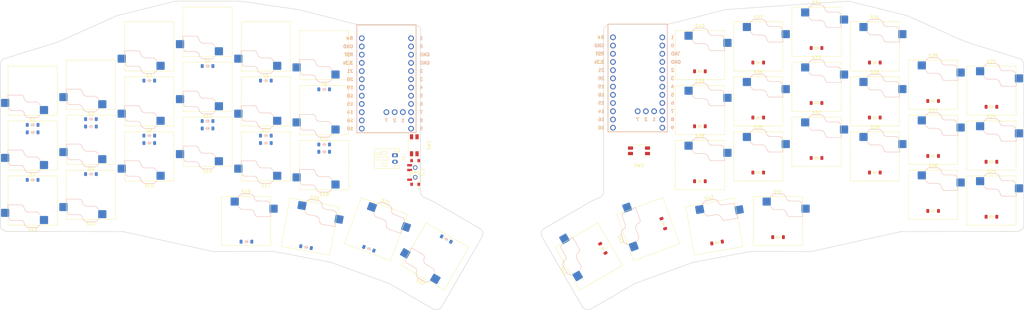
<source format=kicad_pcb>
(kicad_pcb (version 20241229) (generator "pcbnew") (generator_version "9.0")
  (title_block (title "keyboard") (rev "v1.0.0") (company "Unknown"))
  (layers (0 "F.Cu" signal) (2 "B.Cu" signal) (13 "F.Paste" user) (15 "B.Paste" user) (5 "F.SilkS" user "F.Silkscreen") (7 "B.SilkS" user "B.Silkscreen") (1 "F.Mask" user) (3 "B.Mask" user) (25 "Edge.Cuts" user))
  (net 0 "")
  (net 1 "Net-(D1-A)")
  (net 2 "Row 1")
  (net 3 "Net-(D2-A)")
  (net 4 "Net-(D3-A)")
  (net 5 "Net-(D4-A)")
  (net 6 "Net-(D5-A)")
  (net 7 "Net-(D6-A)")
  (net 8 "Row 2")
  (net 9 "Net-(D7-A)")
  (net 10 "Net-(D8-A)")
  (net 11 "Net-(D9-A)")
  (net 12 "Net-(D10-A)")
  (net 13 "Net-(D11-A)")
  (net 14 "Net-(D12-A)")
  (net 15 "Row 3")
  (net 16 "Net-(D13-A)")
  (net 17 "Net-(D14-A)")
  (net 18 "Net-(D15-A)")
  (net 19 "Net-(D16-A)")
  (net 20 "Net-(D17-A)")
  (net 21 "Net-(D18-A)")
  (net 22 "Net-(D19-A)")
  (net 23 "Row 4")
  (net 24 "Net-(D20-A)")
  (net 25 "Net-(D21-A)")
  (net 26 "Net-(D22-A)")
  (net 27 "Col 1")
  (net 28 "Col 2")
  (net 29 "Col 3")
  (net 30 "Col 4")
  (net 31 "Col 5")
  (net 32 "Col 6")
  (net 43 "Net-(D23-A)")
  (net 44 "Row 5")
  (net 45 "Net-(D24-A)")
  (net 46 "Net-(D25-A)")
  (net 47 "Net-(D26-A)")
  (net 48 "Row 6")
  (net 49 "Net-(D27-A)")
  (net 50 "Net-(D28-A)")
  (net 51 "Net-(D29-A)")
  (net 52 "Net-(D30-A)")
  (net 53 "Net-(D31-A)")
  (net 54 "Net-(D32-A)")
  (net 55 "Row 7")
  (net 56 "Net-(D33-A)")
  (net 57 "Net-(D34-A)")
  (net 58 "Net-(D35-A)")
  (net 59 "Net-(D36-A)")
  (net 60 "Net-(D37-A)")
  (net 61 "Net-(D38-A)")
  (net 62 "Row 8")
  (net 63 "Net-(D39-A)")
  (net 64 "Net-(D40-A)")
  (net 65 "Net-(D41-A)")
  (net 66 "Net-(D42-A)")
  (net 67 "Net-(D43-A)")
  (net 68 "Net-(D44-A)")
  (net 69 "Col 7")
  (net 70 "Col 8")
  (net 71 "Col 9")
  (net 72 "Col 10")
  (net 73 "Col 11")
  (net 74 "Col 12")
  (net 92 "VCC")
  (net 93 "B-L")
  (net 94 "B+L")
  (net 95 "GND_L1")
  (net 96 "RST_L")
  (net 97 "GND_L2")
  (net 98 "RST_R")
  (net 99 "GND_R1")
  (net 100 "VCC_L")
  (footprint "ScottoKeebs_Hotswap:Hotswap_Choc_V1" (layer "F.Cu") (at 135.568365 108.038583 -10)
    (property "Reference" "S20" (at 0 -9 170) (layer "F.SilkS"))
    (property "Value" "Keyswitch")
    (pad "" np_thru_hole circle (at -5.5 0 350) (size 1.9 1.9) (drill 1.9) (layers "*.Cu" "*.Mask"))
    (pad "" np_thru_hole circle (at 0 -5.9 350) (size 3.05 3.05) (drill 3.05) (layers "*.Cu" "*.Mask"))
    (pad "" np_thru_hole circle (at 0 0 350) (size 3.45 3.45) (drill 3.45) (layers "*.Cu" "*.Mask"))
    (pad "" np_thru_hole circle (at 5 -3.8 350) (size 3.05 3.05) (drill 3.05) (layers "*.Cu" "*.Mask"))
    (pad "" np_thru_hole circle (at 5.5 0 350) (size 1.9 1.9) (drill 1.9) (layers "*.Cu" "*.Mask"))
    (pad "1" smd roundrect (at -3.5 -6 350) (size 2.55 2.5) (layers "B.Cu" "B.Mask" "B.Paste") (roundrect_rratio 0.1) (net 30 "Col 4"))
    (pad "2" smd roundrect (at 8.5 -3.8 350) (size 2.55 2.5) (layers "B.Cu" "B.Mask" "B.Paste") (roundrect_rratio 0.1) (net 24 "Net-(D20-A)"))
  )
  (footprint "ScottoKeebs_Components:Diode_SOD-123" (layer "F.Cu") (at 310 91.32)
    (property "Reference" "D29" (hide yes))
    (property "Value" "Diode")
    (pad "1" smd roundrect (at -1.65 0) (size 0.9 1.2) (layers "F.Cu" "F.Mask" "F.Paste") (net 48 "Row 6"))
    (pad "2" smd roundrect (at 1.65 0) (size 0.9 1.2) (layers "F.Cu" "F.Mask" "F.Paste") (net 51 "Net-(D29-A)"))
  )
  (footprint "ScottoKeebs_Hotswap:Hotswap_Choc_V1" (layer "F.Cu") (at 155.989697 108.823332 -20)
    (property "Reference" "S21" (at 0 -9 160) (layer "F.SilkS"))
    (property "Value" "Keyswitch")
    (pad "" np_thru_hole circle (at -5.5 0 340) (size 1.9 1.9) (drill 1.9) (layers "*.Cu" "*.Mask"))
    (pad "" np_thru_hole circle (at 0 -5.9 340) (size 3.05 3.05) (drill 3.05) (layers "*.Cu" "*.Mask"))
    (pad "" np_thru_hole circle (at 0 0 340) (size 3.45 3.45) (drill 3.45) (layers "*.Cu" "*.Mask"))
    (pad "" np_thru_hole circle (at 5 -3.8 340) (size 3.05 3.05) (drill 3.05) (layers "*.Cu" "*.Mask"))
    (pad "" np_thru_hole circle (at 5.5 0 340) (size 1.9 1.9) (drill 1.9) (layers "*.Cu" "*.Mask"))
    (pad "1" smd roundrect (at -3.5 -6 340) (size 2.55 2.5) (layers "B.Cu" "B.Mask" "B.Paste") (roundrect_rratio 0.1) (net 31 "Col 5"))
    (pad "2" smd roundrect (at 8.5 -3.8 340) (size 2.55 2.5) (layers "B.Cu" "B.Mask" "B.Paste") (roundrect_rratio 0.1) (net 25 "Net-(D21-A)"))
  )
  (footprint "ScottoKeebs_Hotswap:Hotswap_Choc_V1" (layer "F.Cu") (at 174.287468 117.274376 150)
    (property "Reference" "S22" (at 0 -9 150) (layer "F.SilkS"))
    (property "Value" "Keyswitch")
    (pad "" np_thru_hole circle (at -5.5 0 150) (size 1.9 1.9) (drill 1.9) (layers "*.Cu" "*.Mask"))
    (pad "" np_thru_hole circle (at 0 -5.9 150) (size 3.05 3.05) (drill 3.05) (layers "*.Cu" "*.Mask"))
    (pad "" np_thru_hole circle (at 0 0 150) (size 3.45 3.45) (drill 3.45) (layers "*.Cu" "*.Mask"))
    (pad "" np_thru_hole circle (at 5 -3.8 150) (size 3.05 3.05) (drill 3.05) (layers "*.Cu" "*.Mask"))
    (pad "" np_thru_hole circle (at 5.5 0 150) (size 1.9 1.9) (drill 1.9) (layers "*.Cu" "*.Mask"))
    (pad "1" smd roundrect (at -3.5 -6 150) (size 2.55 2.5) (layers "B.Cu" "B.Mask" "B.Paste") (roundrect_rratio 0.1) (net 32 "Col 6"))
    (pad "2" smd roundrect (at 8.5 -3.8 150) (size 2.55 2.5) (layers "B.Cu" "B.Mask" "B.Paste") (roundrect_rratio 0.1) (net 26 "Net-(D22-A)"))
  )
  (footprint "ScottoKeebs_Components:Diode_SOD-123" (layer "F.Cu") (at 244.708766 107.113231 110)
    (property "Reference" "D43" (hide yes))
    (property "Value" "Diode")
    (pad "1" smd roundrect (at -1.65 0 110) (size 0.9 1.2) (layers "F.Cu" "F.Mask" "F.Paste") (net 62 "Row 8"))
    (pad "2" smd roundrect (at 1.65 0 110) (size 0.9 1.2) (layers "F.Cu" "F.Mask" "F.Paste") (net 67 "Net-(D43-A)"))
  )
  (footprint "ScottoKeebs_Hotswap:Hotswap_Choc_V1" (layer "F.Cu") (at 274 86.32)
    (property "Reference" "S35" (at 0 -9 0) (layer "F.SilkS"))
    (property "Value" "Keyswitch")
    (pad "" np_thru_hole circle (at -5.5 0) (size 1.9 1.9) (drill 1.9) (layers "*.Cu" "*.Mask"))
    (pad "" np_thru_hole circle (at 0 -5.9) (size 3.05 3.05) (drill 3.05) (layers "*.Cu" "*.Mask"))
    (pad "" np_thru_hole circle (at 0 0) (size 3.45 3.45) (drill 3.45) (layers "*.Cu" "*.Mask"))
    (pad "" np_thru_hole circle (at 5 -3.8) (size 3.05 3.05) (drill 3.05) (layers "*.Cu" "*.Mask"))
    (pad "" np_thru_hole circle (at 5.5 0) (size 1.9 1.9) (drill 1.9) (layers "*.Cu" "*.Mask"))
    (pad "1" smd roundrect (at -3.5 -6) (size 2.55 2.5) (layers "B.Cu" "B.Mask" "B.Paste") (roundrect_rratio 0.1) (net 71 "Col 9"))
    (pad "2" smd roundrect (at 8.5 -3.8) (size 2.55 2.5) (layers "B.Cu" "B.Mask" "B.Paste") (roundrect_rratio 0.1) (net 58 "Net-(D35-A)"))
  )
  (footprint "ScottoKeebs_Components:Diode_SOD-123" (layer "F.Cu") (at 261.299876 112.962622 10)
    (property "Reference" "D42" (hide yes))
    (property "Value" "Diode")
    (pad "1" smd roundrect (at -1.65 -0.000001 10) (size 0.9 1.2) (layers "F.Cu" "F.Mask" "F.Paste") (net 62 "Row 8"))
    (pad "2" smd roundrect (at 1.65 0.000001 10) (size 0.9 1.2) (layers "F.Cu" "F.Mask" "F.Paste") (net 66 "Net-(D42-A)"))
  )
  (footprint "ScottoKeebs_Hotswap:Hotswap_Choc_V1" (layer "F.Cu") (at 115.88 106.3)
    (property "Reference" "S19" (at 0 -9 0) (layer "F.SilkS"))
    (property "Value" "Keyswitch")
    (pad "" np_thru_hole circle (at -5.5 0) (size 1.9 1.9) (drill 1.9) (layers "*.Cu" "*.Mask"))
    (pad "" np_thru_hole circle (at 0 -5.9) (size 3.05 3.05) (drill 3.05) (layers "*.Cu" "*.Mask"))
    (pad "" np_thru_hole circle (at 0 0) (size 3.45 3.45) (drill 3.45) (layers "*.Cu" "*.Mask"))
    (pad "" np_thru_hole circle (at 5 -3.8) (size 3.05 3.05) (drill 3.05) (layers "*.Cu" "*.Mask"))
    (pad "" np_thru_hole circle (at 5.5 0) (size 1.9 1.9) (drill 1.9) (layers "*.Cu" "*.Mask"))
    (pad "1" smd roundrect (at -3.5 -6) (size 2.55 2.5) (layers "B.Cu" "B.Mask" "B.Paste") (roundrect_rratio 0.1) (net 29 "Col 3"))
    (pad "2" smd roundrect (at 8.5 -3.8) (size 2.55 2.5) (layers "B.Cu" "B.Mask" "B.Paste") (roundrect_rratio 0.1) (net 22 "Net-(D19-A)"))
  )
  (footprint "ScottoKeebs_Components:Diode_SOD-123" (layer "F.Cu") (at 292 86.82)
    (property "Reference" "D32" (hide yes))
    (property "Value" "Diode")
    (pad "1" smd roundrect (at -1.65 0) (size 0.9 1.2) (layers "F.Cu" "F.Mask" "F.Paste") (net 48 "Row 6"))
    (pad "2" smd roundrect (at 1.65 0) (size 0.9 1.2) (layers "F.Cu" "F.Mask" "F.Paste") (net 54 "Net-(D32-A)"))
  )
  (footprint "ScottoKeebs_Hotswap:Hotswap_Choc_V1" (layer "F.Cu") (at 122 69.32 180)
    (property "Reference" "S11" (at 0 -9 0) (layer "F.SilkS"))
    (property "Value" "Keyswitch")
    (pad "" np_thru_hole circle (at -5.5 0 180) (size 1.9 1.9) (drill 1.9) (layers "*.Cu" "*.Mask"))
    (pad "" np_thru_hole circle (at 0 -5.9 180) (size 3.05 3.05) (drill 3.05) (layers "*.Cu" "*.Mask"))
    (pad "" np_thru_hole circle (at 0 0 180) (size 3.45 3.45) (drill 3.45) (layers "*.Cu" "*.Mask"))
    (pad "" np_thru_hole circle (at 5 -3.8 180) (size 3.05 3.05) (drill 3.05) (layers "*.Cu" "*.Mask"))
    (pad "" np_thru_hole circle (at 5.5 0 180) (size 1.9 1.9) (drill 1.9) (layers "*.Cu" "*.Mask"))
    (pad "1" smd roundrect (at -3.5 -6 180) (size 2.55 2.5) (layers "B.Cu" "B.Mask" "B.Paste") (roundrect_rratio 0.1) (net 31 "Col 5"))
    (pad "2" smd roundrect (at 8.5 -3.8 180) (size 2.55 2.5) (layers "B.Cu" "B.Mask" "B.Paste") (roundrect_rratio 0.1) (net 13 "Net-(D11-A)"))
  )
  (footprint "ScottoKeebs_MCU:Nice_Nano_V2_Flipped" (layer "F.Cu") (at 159.22 63.77)
    (property "Reference" "U1" (hide yes))
    (property "Value" "Nice_Nano_V2" (hide yes))
    (fp_text user "20" (at -10.16 -1.27 0) (layer "F.SilkS") (effects (font (thickness 0.2) (bold yes)) (justify right)))
    (fp_text user "16" (at -10.16 11.43 0) (layer "F.SilkS") (effects (font (thickness 0.2) (bold yes)) (justify right)))
    (fp_text user "10" (at -10.16 13.97 0) (layer "F.SilkS") (effects (font (thickness 0.2) (bold yes)) (justify right)))
    (fp_text user "3.3v" (at -10.16 -6.35 0) (layer "F.SilkS") (effects (font (thickness 0.2) (bold yes)) (justify right)))
    (fp_text user "7" (at 10.16 8.89 0) (layer "F.SilkS") (effects (font (thickness 0.2) (bold yes)) (justify left)))
    (fp_text user "9" (at 10.16 13.97 0) (layer "F.SilkS") (effects (font (thickness 0.2) (bold yes)) (justify left)))
    (fp_text user "1" (at 10.16 -13.97 0) (layer "F.SilkS") (effects (font (thickness 0.2) (bold yes)) (justify left)))
    (fp_text user "GND" (at 10.16 -8.89 0) (layer "F.SilkS") (effects (font (thickness 0.2) (bold yes)) (justify left)))
    (fp_text user "4" (at 10.16 1.27 0) (layer "F.SilkS") (effects (font (thickness 0.2) (bold yes)) (justify left)))
    (fp_text user "7" (at 0 11.429998 0) (layer "F.SilkS") (effects (font (thickness 0.2) (bold yes))))
    (fp_text user "8" (at 10.16 11.43 0) (layer "F.SilkS") (effects (font (thickness 0.2) (bold yes)) (justify left)))
    (fp_text user "0" (at 10.16 -11.43 0) (layer "F.SilkS") (effects (font (thickness 0.2) (bold yes)) (justify left)))
    (fp_text user "19" (at -10.16 1.27 0) (layer "F.SilkS") (effects (font (thickness 0.2) (bold yes)) (justify right)))
    (fp_text user "3" (at 10.16 -1.27 0) (layer "F.SilkS") (effects (font (thickness 0.2) (bold yes)) (justify left)))
    (fp_text user "2" (at 2.54 11.43 0) (layer "F.SilkS") (effects (font (thickness 0.2) (bold yes))))
    (fp_text user "2" (at 10.16 -3.81 0) (layer "F.SilkS") (effects (font (thickness 0.2) (bold yes)) (justify left)))
    (fp_text user "RST" (at -10.16 -8.89 0) (layer "F.SilkS") (effects (font (thickness 0.2) (bold yes)) (justify right)))
    (fp_text user "GND" (at -10.16 -11.43 0) (layer "F.SilkS") (effects (font (thickness 0.2) (bold yes)) (justify right)))
    (fp_text user "14" (at -10.16 8.89 0) (layer "F.SilkS") (effects (font (thickness 0.2) (bold yes)) (justify right)))
    (fp_text user "18" (at -10.16 3.81 0) (layer "F.SilkS") (effects (font (thickness 0.2) (bold yes)) (justify right)))
    (fp_text user "5" (at 10.16 3.81 0) (layer "F.SilkS") (effects (font (thickness 0.2) (bold yes)) (justify left)))
    (fp_text user "1" (at 5.08 11.43 0) (layer "F.SilkS") (effects (font (thickness 0.2) (bold yes))))
    (fp_text user "21" (at -10.16 -3.81 0) (layer "F.SilkS") (effects (font (thickness 0.2) (bold yes)) (justify right)))
    (fp_text user "15" (at -10.16 6.35 0) (layer "F.SilkS") (effects (font (thickness 0.2) (bold yes)) (justify right)))
    (fp_text user "6" (at 10.16 6.35 0) (layer "F.SilkS") (effects (font (thickness 0.2) (bold yes)) (justify left)))
    (fp_text user "GND" (at 10.16 -6.35 0) (layer "F.SilkS") (effects (font (thickness 0.2) (bold yes)) (justify left)))
    (fp_text user "B+" (at -10.16 -13.97 0) (layer "F.SilkS") (effects (font (thickness 0.2) (bold yes)) (justify right)))
    (fp_text user "5" (at 10.16 3.81 0) (layer "B.SilkS") (effects (font (thickness 0.2) (bold yes)) (justify right mirror)))
    (fp_text user "18" (at -10.16 3.81 0) (layer "B.SilkS") (effects (font (thickness 0.2) (bold yes)) (justify left mirror)))
    (fp_text user "19" (at -10.16 1.27 0) (layer "B.SilkS") (effects (font (thickness 0.2) (bold yes)) (justify left mirror)))
    (fp_text user "0" (at 10.16 -11.43 0) (layer "B.SilkS") (effects (font (thickness 0.2) (bold yes)) (justify right mirror)))
    (fp_text user "RST" (at -10.16 -8.89 0) (layer "B.SilkS") (effects (font (thickness 0.2) (bold yes)) (justify left mirror)))
    (fp_text user "14" (at -10.16 8.89 0) (layer "B.SilkS") (effects (font (thickness 0.2) (bold yes)) (justify left mirror)))
    (fp_text user "1" (at 10.16 -13.97 0) (layer "B.SilkS") (effects (font (thickness 0.2) (bold yes)) (justify right mirror)))
    (fp_text user "4" (at 10.16 1.27 0) (layer "B.SilkS") (effects (font (thickness 0.2) (bold yes)) (justify right mirror)))
    (fp_text user "8" (at 10.16 11.43 0) (layer "B.SilkS") (effects (font (thickness 0.2) (bold yes)) (justify right mirror)))
    (fp_text user "GND" (at 10.16 -8.89 0) (layer "B.SilkS") (effects (font (thickness 0.2) (bold yes)) (justify right mirror)))
    (fp_text user "7" (at 10.16 8.89 0) (layer "B.SilkS") (effects (font (thickness 0.2) (bold yes)) (justify right mirror)))
    (fp_text user "GND" (at 10.16 -6.35 0) (layer "B.SilkS") (effects (font (thickness 0.2) (bold yes)) (justify right mirror)))
    (fp_text user "9" (at 10.16 13.97 0) (layer "B.SilkS") (effects (font (thickness 0.2) (bold yes)) (justify right mirror)))
    (fp_text user "10" (at -10.16 13.97 0) (layer "B.SilkS") (effects (font (thickness 0.2) (bold yes)) (justify left mirror)))
    (fp_text user "15" (at -10.16 6.35 0) (layer "B.SilkS") (effects (font (thickness 0.2) (bold yes)) (justify left mirror)))
    (fp_text user "21" (at -10.16 -3.81 0) (layer "B.SilkS") (effects (font (thickness 0.2) (bold yes)) (justify left mirror)))
    (fp_text user "16" (at -10.16 11.43 0) (layer "B.SilkS") (effects (font (thickness 0.2) (bold yes)) (justify left mirror)))
    (fp_text user "2" (at 10.16 -3.81 0) (layer "B.SilkS") (effects (font (thickness 0.2) (bold yes)) (justify right mirror)))
    (fp_text user "2" (at 2.54 11.43 0) (layer "B.SilkS") (effects (font (thickness 0.2) (bold yes)) (justify mirror)))
    (fp_text user "3" (at 10.16 -1.27 0) (layer "B.SilkS") (effects (font (thickness 0.2) (bold yes)) (justify right mirror)))
    (fp_text user "1" (at 5.08 11.43 0) (layer "B.SilkS") (effects (font (thickness 0.2) (bold yes)) (justify mirror)))
    (fp_text user "6" (at 10.16 6.35 0) (layer "B.SilkS") (effects (font (thickness 0.2) (bold yes)) (justify right mirror)))
    (fp_text user "B+" (at -10.16 -13.97 0) (layer "B.SilkS") (effects (font (thickness 0.2) (bold yes)) (justify left mirror)))
    (fp_text user "GND" (at -10.16 -11.43 0) (layer "B.SilkS") (effects (font (thickness 0.2) (bold yes)) (justify left mirror)))
    (fp_text user "20" (at -10.16 -1.27 0) (layer "B.SilkS") (effects (font (thickness 0.2) (bold yes)) (justify left mirror)))
    (fp_text user "3.3v" (at -10.16 -6.35 0) (layer "B.SilkS") (effects (font (thickness 0.2) (bold yes)) (justify left mirror)))
    (fp_text user "7" (at 0 11.429998 0) (layer "B.SilkS") (effects (font (thickness 0.2) (bold yes)) (justify mirror)))
    (pad "1" thru_hole circle (at 7.62 -13.97 90) (size 1.7526 1.7526) (drill 1.0922) (layers "*.Cu" "*.Mask"))
    (pad "2" thru_hole circle (at 7.62 -11.43 90) (size 1.7526 1.7526) (drill 1.0922) (layers "*.Cu" "*.Mask"))
    (pad "3" thru_hole circle (at 7.62 -8.89 90) (size 1.7526 1.7526) (drill 1.0922) (layers "*.Cu" "*.Mask") (net 95 "GND_L1"))
    (pad "4" thru_hole circle (at 7.62 -6.35 90) (size 1.7526 1.7526) (drill 1.0922) (layers "*.Cu" "*.Mask") (net 97 "GND_L2"))
    (pad "5" thru_hole circle (at 7.62 -3.81 90) (size 1.7526 1.7526) (drill 1.0922) (layers "*.Cu" "*.Mask"))
    (pad "6" thru_hole circle (at 7.62 -1.27 90) (size 1.7526 1.7526) (drill 1.0922) (layers "*.Cu" "*.Mask"))
    (pad "7" thru_hole circle (at 7.62 1.27 90) (size 1.7526 1.7526) (drill 1.0922) (layers "*.Cu" "*.Mask") (net 27 "Col 1"))
    (pad "8" thru_hole circle (at 7.62 3.81 90) (size 1.7526 1.7526) (drill 1.0922) (layers "*.Cu" "*.Mask") (net 32 "Col 6"))
    (pad "9" thru_hole circle (at 7.62 6.35 90) (size 1.7526 1.7526) (drill 1.0922) (layers "*.Cu" "*.Mask") (net 31 "Col 5"))
    (pad "10" thru_hole circle (at 7.62 8.89 90) (size 1.7526 1.7526) (drill 1.0922) (layers "*.Cu" "*.Mask") (net 30 "Col 4"))
    (pad "11" thru_hole circle (at 7.62 11.43 90) (size 1.7526 1.7526) (drill 1.0922) (layers "*.Cu" "*.Mask") (net 29 "Col 3"))
    (pad "12" thru_hole circle (at 7.62 13.97 90) (size 1.7526 1.7526) (drill 1.0922) (layers "*.Cu" "*.Mask") (net 28 "Col 2"))
    (pad "13" thru_hole circle (at -7.62 13.97 90) (size 1.7526 1.7526) (drill 1.0922) (layers "*.Cu" "*.Mask") (net 2 "Row 1"))
    (pad "14" thru_hole circle (at -7.62 11.43 90) (size 1.7526 1.7526) (drill 1.0922) (layers "*.Cu" "*.Mask") (net 8 "Row 2"))
    (pad "15" thru_hole circle (at -7.62 8.89 90) (size 1.7526 1.7526) (drill 1.0922) (layers "*.Cu" "*.Mask") (net 15 "Row 3"))
    (pad "16" thru_hole circle (at -7.62 6.35 90) (size 1.7526 1.7526) (drill 1.0922) (layers "*.Cu" "*.Mask") (net 23 "Row 4"))
    (pad "17" thru_hole circle (at -7.62 3.81 90) (size 1.7526 1.7526) (drill 1.0922) (layers "*.Cu" "*.Mask"))
    (pad "18" thru_hole circle (at -7.62 1.27 90) (size 1.7526 1.7526) (drill 1.0922) (layers "*.Cu" "*.Mask"))
    (pad "19" thru_hole circle (at -7.62 -1.27 90) (size 1.7526 1.7526) (drill 1.0922) (layers "*.Cu" "*.Mask"))
    (pad "20" thru_hole circle (at -7.62 -3.81 90) (size 1.7526 1.7526) (drill 1.0922) (layers "*.Cu" "*.Mask"))
    (pad "21" thru_hole circle (at -7.62 -6.35 90) (size 1.7526 1.7526) (drill 1.0922) (layers "*.Cu" "*.Mask") (net 100 "VCC_L"))
    (pad "22" thru_hole circle (at -7.62 -8.89 90) (size 1.7526 1.7526) (drill 1.0922) (layers "*.Cu" "*.Mask") (net 96 "RST_L"))
    (pad "23" thru_hole circle (at -7.62 -11.43 90) (size 1.7526 1.7526) (drill 1.0922) (layers "*.Cu" "*.Mask") (net 93 "B-L"))
    (pad "24" thru_hole circle (at -7.62 -13.97 90) (size 1.7526 1.7526) (drill 1.0922) (layers "*.Cu" "*.Mask") (net 94 "B+L"))
    (pad "25" thru_hole circle (at 5.08 8.89) (size 1.7526 1.7526) (drill 1.0922) (layers "*.Cu" "*.Mask"))
    (pad "26" thru_hole circle (at 2.54 8.89) (size 1.7526 1.7526) (drill 1.0922) (layers "*.Cu" "*.Mask"))
    (pad "27" thru_hole circle (at 0 8.89) (size 1.7526 1.7526) (drill 1.0922) (layers "*.Cu" "*.Mask"))
  )
  (footprint "ScottoKeebs_Hotswap:Hotswap_Choc_V1" (layer "F.Cu") (at 104 64.82 180)
    (property "Reference" "S10" (at 0 -9 0) (layer "F.SilkS"))
    (property "Value" "Keyswitch")
    (pad "" np_thru_hole circle (at -5.5 0 180) (size 1.9 1.9) (drill 1.9) (layers "*.Cu" "*.Mask"))
    (pad "" np_thru_hole circle (at 0 -5.9 180) (size 3.05 3.05) (drill 3.05) (layers "*.Cu" "*.Mask"))
    (pad "" np_thru_hole circle (at 0 0 180) (size 3.45 3.45) (drill 3.45) (layers "*.Cu" "*.Mask"))
    (pad "" np_thru_hole circle (at 5 -3.8 180) (size 3.05 3.05) (drill 3.05) (layers "*.Cu" "*.Mask"))
    (pad "" np_thru_hole circle (at 5.5 0 180) (size 1.9 1.9) (drill 1.9) (layers "*.Cu" "*.Mask"))
    (pad "1" smd roundrect (at -3.5 -6 180) (size 2.55 2.5) (layers "B.Cu" "B.Mask" "B.Paste") (roundrect_rratio 0.1) (net 30 "Col 4"))
    (pad "2" smd roundrect (at 8.5 -3.8 180) (size 2.55 2.5) (layers "B.Cu" "B.Mask" "B.Paste") (roundrect_rratio 0.1) (net 12 "Net-(D10-A)"))
  )
  (footprint "Button_Switch_SMD:Panasonic_EVQPUL_EVQPUC" (layer "F.Cu") (at 237.2 84.6 180)
    (property "Reference" "SW3" (at 0 -4.5 0) (layer "F.SilkS"))
    (property "Value" "RST_L")
    (pad "" np_thru_hole circle (at 0 -1.375) (size 0.75 0.75) (drill 0.75) (layers "*.Cu" "*.Mask"))
    (pad "" np_thru_hole circle (at 0 1.375) (size 0.75 0.75) (drill 0.75) (layers "*.Cu" "*.Mask"))
    (pad "1" smd rect (at -2.625 -0.85) (size 1.55 1) (layers "F.Cu" "F.Mask" "F.Paste") (net 98 "RST_R"))
    (pad "1" smd rect (at 2.625 -0.85) (size 1.55 1) (layers "F.Cu" "F.Mask" "F.Paste") (net 98 "RST_R"))
    (pad "2" smd rect (at -2.625 0.85) (size 1.55 1) (layers "F.Cu" "F.Mask" "F.Paste") (net 99 "GND_R1"))
    (pad "2" smd rect (at 2.625 0.85) (size 1.55 1) (layers "F.Cu" "F.Mask" "F.Paste") (net 99 "GND_R1"))
  )
  (footprint "ScottoKeebs_Hotswap:Hotswap_Choc_V1" (layer "F.Cu") (at 328 81.2)
    (property "Reference" "S27" (at 0 -9 0) (layer "F.SilkS"))
    (property "Value" "Keyswitch")
    (pad "" np_thru_hole circle (at -5.5 0) (size 1.9 1.9) (drill 1.9) (layers "*.Cu" "*.Mask"))
    (pad "" np_thru_hole circle (at 0 -5.9) (size 3.05 3.05) (drill 3.05) (layers "*.Cu" "*.Mask"))
    (pad "" np_thru_hole circle (at 0 0) (size 3.45 3.45) (drill 3.45) (layers "*.Cu" "*.Mask"))
    (pad "" np_thru_hole circle (at 5 -3.8) (size 3.05 3.05) (drill 3.05) (layers "*.Cu" "*.Mask"))
    (pad "" np_thru_hole circle (at 5.5 0) (size 1.9 1.9) (drill 1.9) (layers "*.Cu" "*.Mask"))
    (pad "1" smd roundrect (at -3.5 -6) (size 2.55 2.5) (layers "B.Cu" "B.Mask" "B.Paste") (roundrect_rratio 0.1) (net 69 "Col 7"))
    (pad "2" smd roundrect (at 8.5 -3.8) (size 2.55 2.5) (layers "B.Cu" "B.Mask" "B.Paste") (roundrect_rratio 0.1) (net 49 "Net-(D27-A)"))
  )
  (footprint "ScottoKeebs_Components:Diode_SOD-123" (layer "F.Cu") (at 292 69.82)
    (property "Reference" "D33" (hide yes))
    (property "Value" "Diode")
    (pad "1" smd roundrect (at -1.65 0) (size 0.9 1.2) (layers "F.Cu" "F.Mask" "F.Paste") (net 55 "Row 7"))
    (pad "2" smd roundrect (at 1.65 0) (size 0.9 1.2) (layers "F.Cu" "F.Mask" "F.Paste") (net 56 "Net-(D33-A)"))
  )
  (footprint "ScottoKeebs_Components:Diode_SOD-123" (layer "F.Cu") (at 256 77.02)
    (property "Reference" "D39" (hide yes))
    (property "Value" "Diode")
    (pad "1" smd roundrect (at -1.65 0) (size 0.9 1.2) (layers "F.Cu" "F.Mask" "F.Paste") (net 62 "Row 8"))
    (pad "2" smd roundrect (at 1.65 0) (size 0.9 1.2) (layers "F.Cu" "F.Mask" "F.Paste") (net 63 "Net-(D39-A)"))
  )
  (footprint "ScottoKeebs_Hotswap:Hotswap_Choc_V1" (layer "F.Cu") (at 68 81.2 180)
    (property "Reference" "S8" (at 0 -9 0) (layer "F.SilkS"))
    (property "Value" "Keyswitch")
    (pad "" np_thru_hole circle (at -5.5 0 180) (size 1.9 1.9) (drill 1.9) (layers "*.Cu" "*.Mask"))
    (pad "" np_thru_hole circle (at 0 -5.9 180) (size 3.05 3.05) (drill 3.05) (layers "*.Cu" "*.Mask"))
    (pad "" np_thru_hole circle (at 0 0 180) (size 3.45 3.45) (drill 3.45) (layers "*.Cu" "*.Mask"))
    (pad "" np_thru_hole circle (at 5 -3.8 180) (size 3.05 3.05) (drill 3.05) (layers "*.Cu" "*.Mask"))
    (pad "" np_thru_hole circle (at 5.5 0 180) (size 1.9 1.9) (drill 1.9) (layers "*.Cu" "*.Mask"))
    (pad "1" smd roundrect (at -3.5 -6 180) (size 2.55 2.5) (layers "B.Cu" "B.Mask" "B.Paste") (roundrect_rratio 0.1) (net 28 "Col 2"))
    (pad "2" smd roundrect (at 8.5 -3.8 180) (size 2.55 2.5) (layers "B.Cu" "B.Mask" "B.Paste") (roundrect_rratio 0.1) (net 10 "Net-(D8-A)"))
  )
  (footprint "ScottoKeebs_Hotswap:Hotswap_Choc_V1" (layer "F.Cu") (at 68 98.2 180)
    (property "Reference" "S14" (at 0 -9 0) (layer "F.SilkS"))
    (property "Value" "Keyswitch")
    (pad "" np_thru_hole circle (at -5.5 0 180) (size 1.9 1.9) (drill 1.9) (layers "*.Cu" "*.Mask"))
    (pad "" np_thru_hole circle (at 0 -5.9 180) (size 3.05 3.05) (drill 3.05) (layers "*.Cu" "*.Mask"))
    (pad "" np_thru_hole circle (at 0 0 180) (size 3.45 3.45) (drill 3.45) (layers "*.Cu" "*.Mask"))
    (pad "" np_thru_hole circle (at 5 -3.8 180) (size 3.05 3.05) (drill 3.05) (layers "*.Cu" "*.Mask"))
    (pad "" np_thru_hole circle (at 5.5 0 180) (size 1.9 1.9) (drill 1.9) (layers "*.Cu" "*.Mask"))
    (pad "1" smd roundrect (at -3.5 -6 180) (size 2.55 2.5) (layers "B.Cu" "B.Mask" "B.Paste") (roundrect_rratio 0.1) (net 28 "Col 2"))
    (pad "2" smd roundrect (at 8.5 -3.8 180) (size 2.55 2.5) (layers "B.Cu" "B.Mask" "B.Paste") (roundrect_rratio 0.1) (net 17 "Net-(D14-A)"))
  )
  (footprint "ScottoKeebs_Components:Diode_SOD-123" (layer "F.Cu") (at 280.12 111.3)
    (property "Reference" "D41" (hide yes))
    (property "Value" "Diode")
    (pad "1" smd roundrect (at -1.65 0) (size 0.9 1.2) (layers "F.Cu" "F.Mask" "F.Paste") (net 62 "Row 8"))
    (pad "2" smd roundrect (at 1.65 0) (size 0.9 1.2) (layers "F.Cu" "F.Mask" "F.Paste") (net 65 "Net-(D41-A)"))
  )
  (footprint "ScottoKeebs_Hotswap:Hotswap_Choc_V1" (layer "F.Cu") (at 310 52.32)
    (property "Reference" "S31" (at 0 -9 0) (layer "F.SilkS"))
    (property "Value" "Keyswitch")
    (pad "" np_thru_hole circle (at -5.5 0) (size 1.9 1.9) (drill 1.9) (layers "*.Cu" "*.Mask"))
    (pad "" np_thru_hole circle (at 0 -5.9) (size 3.05 3.05) (drill 3.05) (layers "*.Cu" "*.Mask"))
    (pad "" np_thru_hole circle (at 0 0) (size 3.45 3.45) (drill 3.45) (layers "*.Cu" "*.Mask"))
    (pad "" np_thru_hole circle (at 5 -3.8) (size 3.05 3.05) (drill 3.05) (layers "*.Cu" "*.Mask"))
    (pad "" np_thru_hole circle (at 5.5 0) (size 1.9 1.9) (drill 1.9) (layers "*.Cu" "*.Mask"))
    (pad "1" smd roundrect (at -3.5 -6) (size 2.55 2.5) (layers "B.Cu" "B.Mask" "B.Paste") (roundrect_rratio 0.1) (net 73 "Col 11"))
    (pad "2" smd roundrect (at 8.5 -3.8) (size 2.55 2.5) (layers "B.Cu" "B.Mask" "B.Paste") (roundrect_rratio 0.1) (net 53 "Net-(D31-A)"))
  )
  (footprint "ScottoKeebs_Hotswap:Hotswap_Choc_V1" (layer "F.Cu") (at 292 47.82)
    (property "Reference" "S34" (at 0 -9 0) (layer "F.SilkS"))
    (property "Value" "Keyswitch")
    (pad "" np_thru_hole circle (at -5.5 0) (size 1.9 1.9) (drill 1.9) (layers "*.Cu" "*.Mask"))
    (pad "" np_thru_hole circle (at 0 -5.9) (size 3.05 3.05) (drill 3.05) (layers "*.Cu" "*.Mask"))
    (pad "" np_thru_hole circle (at 0 0) (size 3.45 3.45) (drill 3.45) (layers "*.Cu" "*.Mask"))
    (pad "" np_thru_hole circle (at 5 -3.8) (size 3.05 3.05) (drill 3.05) (layers "*.Cu" "*.Mask"))
    (pad "" np_thru_hole circle (at 5.5 0) (size 1.9 1.9) (drill 1.9) (layers "*.Cu" "*.Mask"))
    (pad "1" smd roundrect (at -3.5 -6) (size 2.55 2.5) (layers "B.Cu" "B.Mask" "B.Paste") (roundrect_rratio 0.1) (net 70 "Col 8"))
    (pad "2" smd roundrect (at 8.5 -3.8) (size 2.55 2.5) (layers "B.Cu" "B.Mask" "B.Paste") (roundrect_rratio 0.1) (net 57 "Net-(D34-A)"))
  )
  (footprint "ScottoKeebs_Hotswap:Hotswap_Choc_V1" (layer "F.Cu") (at 50 83 180)
    (property "Reference" "S7" (at 0 -9 0) (layer "F.SilkS"))
    (property "Value" "Keyswitch")
    (pad "" np_thru_hole circle (at -5.5 0 180) (size 1.9 1.9) (drill 1.9) (layers "*.Cu" "*.Mask"))
    (pad "" np_thru_hole circle (at 0 -5.9 180) (size 3.05 3.05) (drill 3.05) (layers "*.Cu" "*.Mask"))
    (pad "" np_thru_hole circle (at 0 0 180) (size 3.45 3.45) (drill 3.45) (layers "*.Cu" "*.Mask"))
    (pad "" np_thru_hole circle (at 5 -3.8 180) (size 3.05 3.05) (drill 3.05) (layers "*.Cu" "*.Mask"))
    (pad "" np_thru_hole circle (at 5.5 0 180) (size 1.9 1.9) (drill 1.9) (layers "*.Cu" "*.Mask"))
    (pad "1" smd roundrect (at -3.5 -6 180) (size 2.55 2.5) (layers "B.Cu" "B.Mask" "B.Paste") (roundrect_rratio 0.1) (net 27 "Col 1"))
    (pad "2" smd roundrect (at 8.5 -3.8 180) (size 2.55 2.5) (layers "B.Cu" "B.Mask" "B.Paste") (roundrect_rratio 0.1) (net 9 "Net-(D7-A)"))
  )
  (footprint "ScottoKeebs_Hotswap:Hotswap_Choc_V1" (layer "F.Cu") (at 256 89.02)
    (property "Reference" "S38" (at 0 -9 0) (layer "F.SilkS"))
    (property "Value" "Keyswitch")
    (pad "" np_thru_hole circle (at -5.5 0) (size 1.9 1.9) (drill 1.9) (layers "*.Cu" "*.Mask"))
    (pad "" np_thru_hole circle (at 0 -5.9) (size 3.05 3.05) (drill 3.05) (layers "*.Cu" "*.Mask"))
    (pad "" np_thru_hole circle (at 0 0) (size 3.45 3.45) (drill 3.45) (layers "*.Cu" "*.Mask"))
    (pad "" np_thru_hole circle (at 5 -3.8) (size 3.05 3.05) (drill 3.05) (layers "*.Cu" "*.Mask"))
    (pad "" np_thru_hole circle (at 5.5 0) (size 1.9 1.9) (drill 1.9) (layers "*.Cu" "*.Mask"))
    (pad "1" smd roundrect (at -3.5 -6) (size 2.55 2.5) (layers "B.Cu" "B.Mask" "B.Paste") (roundrect_rratio 0.1) (net 74 "Col 12"))
    (pad "2" smd roundrect (at 8.5 -3.8) (size 2.55 2.5) (layers "B.Cu" "B.Mask" "B.Paste") (roundrect_rratio 0.1) (net 61 "Net-(D38-A)"))
  )
  (footprint "ScottoKeebs_Components:Diode_SOD-123" (layer "F.Cu") (at 274 74.32)
    (property "Reference" "D36" (hide yes))
    (property "Value" "Diode")
    (pad "1" smd roundrect (at -1.65 0) (size 0.9 1.2) (layers "F.Cu" "F.Mask" "F.Paste") (net 55 "Row 7"))
    (pad "2" smd roundrect (at 1.65 0) (size 0.9 1.2) (layers "F.Cu" "F.Mask" "F.Paste") (net 59 "Net-(D36-A)"))
  )
  (footprint "ScottoKeebs_Hotswap:Hotswap_Choc_V1" (layer "F.Cu") (at 104 47.82 180)
    (property "Reference" "S4" (at 0 -9 0) (layer "F.SilkS"))
    (property "Value" "Keyswitch")
    (pad "" np_thru_hole circle (at -5.5 0 180) (size 1.9 1.9) (drill 1.9) (layers "*.Cu" "*.Mask"))
    (pad "" np_thru_hole circle (at 0 -5.9 180) (size 3.05 3.05) (drill 3.05) (layers "*.Cu" "*.Mask"))
    (pad "" np_thru_hole circle (at 0 0 180) (size 3.45 3.45) (drill 3.45) (layers "*.Cu" "*.Mask"))
    (pad "" np_thru_hole circle (at 5 -3.8 180) (size 3.05 3.05) (drill 3.05) (layers "*.Cu" "*.Mask"))
    (pad "" np_thru_hole circle (at 5.5 0 180) (size 1.9 1.9) (drill 1.9) (layers "*.Cu" "*.Mask"))
    (pad "1" smd roundrect (at -3.5 -6 180) (size 2.55 2.5) (layers "B.Cu" "B.Mask" "B.Paste") (roundrect_rratio 0.1) (net 30 "Col 4"))
    (pad "2" smd roundrect (at 8.5 -3.8 180) (size 2.55 2.5) (layers "B.Cu" "B.Mask" "B.Paste") (roundrect_rratio 0.1) (net 5 "Net-(D4-A)"))
  )
  (footprint "ScottoKeebs_Hotswap:Hotswap_Choc_V1" (layer "F.Cu") (at 86 86.32 180)
    (property "Reference" "S15" (at 0 -9 0) (layer "F.SilkS"))
    (property "Value" "Keyswitch")
    (pad "" np_thru_hole circle (at -5.5 0 180) (size 1.9 1.9) (drill 1.9) (layers "*.Cu" "*.Mask"))
    (pad "" np_thru_hole circle (at 0 -5.9 180) (size 3.05 3.05) (drill 3.05) (layers "*.Cu" "*.Mask"))
    (pad "" np_thru_hole circle (at 0 0 180) (size 3.45 3.45) (drill 3.45) (layers "*.Cu" "*.Mask"))
    (pad "" np_thru_hole circle (at 5 -3.8 180) (size 3.05 3.05) (drill 3.05) (layers "*.Cu" "*.Mask"))
    (pad "" np_thru_hole circle (at 5.5 0 180) (size 1.9 1.9) (drill 1.9) (layers "*.Cu" "*.Mask"))
    (pad "1" smd roundrect (at -3.5 -6 180) (size 2.55 2.5) (layers "B.Cu" "B.Mask" "B.Paste") (roundrect_rratio 0.1) (net 29 "Col 3"))
    (pad "2" smd roundrect (at 8.5 -3.8 180) (size 2.55 2.5) (layers "B.Cu" "B.Mask" "B.Paste") (roundrect_rratio 0.1) (net 18 "Net-(D15-A)"))
  )
  (footprint "ScottoKeebs_Hotswap:Hotswap_Choc_V1" (layer "F.Cu") (at 104 81.82 180)
    (property "Reference" "S16" (at 0 -9 0) (layer "F.SilkS"))
    (property "Value" "Keyswitch")
    (pad "" np_thru_hole circle (at -5.5 0 180) (size 1.9 1.9) (drill 1.9) (layers "*.Cu" "*.Mask"))
    (pad "" np_thru_hole circle (at 0 -5.9 180) (size 3.05 3.05) (drill 3.05) (layers "*.Cu" "*.Mask"))
    (pad "" np_thru_hole circle (at 0 0 180) (size 3.45 3.45) (drill 3.45) (layers "*.Cu" "*.Mask"))
    (pad "" np_thru_hole circle (at 5 -3.8 180) (size 3.05 3.05) (drill 3.05) (layers "*.Cu" "*.Mask"))
    (pad "" np_thru_hole circle (at 5.5 0 180) (size 1.9 1.9) (drill 1.9) (layers "*.Cu" "*.Mask"))
    (pad "1" smd roundrect (at -3.5 -6 180) (size 2.55 2.5) (layers "B.Cu" "B.Mask" "B.Paste") (roundrect_rratio 0.1) (net 30 "Col 4"))
    (pad "2" smd roundrect (at 8.5 -3.8 180) (size 2.55 2.5) (layers "B.Cu" "B.Mask" "B.Paste") (roundrect_rratio 0.1) (net 19 "Net-(D16-A)"))
  )
  (footprint "ScottoKeebs_Components:Diode_SOD-123" (layer "F.Cu") (at 310 74.32)
    (property "Reference" "D30" (hide yes))
    (property "Value" "Diode")
    (pad "1" smd roundrect (at -1.65 0) (size 0.9 1.2) (layers "F.Cu" "F.Mask" "F.Paste") (net 48 "Row 6"))
    (pad "2" smd roundrect (at 1.65 0) (size 0.9 1.2) (layers "F.Cu" "F.Mask" "F.Paste") (net 52 "Net-(D30-A)"))
  )
  (footprint "ScottoKeebs_Components:Diode_SOD-123" (layer "F.Cu") (at 328 86.2)
    (property "Reference" "D27" (hide yes))
    (property "Value" "Diode")
    (pad "1" smd roundrect (at -1.65 0) (size 0.9 1.2) (layers "F.Cu" "F.Mask" "F.Paste") (net 48 "Row 6"))
    (pad "2" smd roundrect (at 1.65 0) (size 0.9 1.2) (layers "F.Cu" "F.Mask" "F.Paste") (net 49 "Net-(D27-A)"))
  )
  (footprint "ScottoKeebs_Hotswap:Hotswap_Choc_V1" (layer "F.Cu") (at 310 86.32)
    (property "Reference" "S29" (at 0 -9 0) (layer "F.SilkS"))
    (property "Value" "Keyswitch")
    (pad "" np_thru_hole circle (at -5.5 0) (size 1.9 1.9) (drill 1.9) (layers "*.Cu" "*.Mask"))
    (pad "" np_thru_hole circle (at 0 -5.9) (size 3.05 3.05) (drill 3.05) (layers "*.Cu" "*.Mask"))
    (pad "" np_thru_hole circle (at 0 0) (size 3.45 3.45) (drill 3.45) (layers "*.Cu" "*.Mask"))
    (pad "" np_thru_hole circle (at 5 -3.8) (size 3.05 3.05) (drill 3.05) (layers "*.Cu" "*.Mask"))
    (pad "" np_thru_hole circle (at 5.5 0) (size 1.9 1.9) (drill 1.9) (layers "*.Cu" "*.Mask"))
    (pad "1" smd roundrect (at -3.5 -6) (size 2.55 2.5) (layers "B.Cu" "B.Mask" "B.Paste") (roundrect_rratio 0.1) (net 71 "Col 9"))
    (pad "2" smd roundrect (at 8.5 -3.8) (size 2.55 2.5) (layers "B.Cu" "B.Mask" "B.Paste") (roundrect_rratio 0.1) (net 51 "Net-(D29-A)"))
  )
  (footprint "ScottoKeebs_Hotswap:Hotswap_Choc_V1" (layer "F.Cu") (at 50 66 180)
    (property "Reference" "S1" (at 0 -9 0) (layer "F.SilkS"))
    (property "Value" "Keyswitch")
    (pad "" np_thru_hole circle (at -5.5 0 180) (size 1.9 1.9) (drill 1.9) (layers "*.Cu" "*.Mask"))
    (pad "" np_thru_hole circle (at 0 -5.9 180) (size 3.05 3.05) (drill 3.05) (layers "*.Cu" "*.Mask"))
    (pad "" np_thru_hole circle (at 0 0 180) (size 3.45 3.45) (drill 3.45) (layers "*.Cu" "*.Mask"))
    (pad "" np_thru_hole circle (at 5 -3.8 180) (size 3.05 3.05) (drill 3.05) (layers "*.Cu" "*.Mask"))
    (pad "" np_thru_hole circle (at 5.5 0 180) (size 1.9 1.9) (drill 1.9) (layers "*.Cu" "*.Mask"))
    (pad "1" smd roundrect (at -3.5 -6 180) (size 2.55 2.5) (layers "B.Cu" "B.Mask" "B.Paste") (roundrect_rratio 0.1) (net 27 "Col 1"))
    (pad "2" smd roundrect (at 8.5 -3.8 180) (size 2.55 2.5) (layers "B.Cu" "B.Mask" "B.Paste") (roundrect_rratio 0.1) (net 1 "Net-(D1-A)"))
  )
  (footprint "ScottoKeebs_Hotswap:Hotswap_Choc_V1" (layer "F.Cu") (at 328 64.2)
    (property "Reference" "S28" (at 0 -9 0) (layer "F.SilkS"))
    (property "Value" "Keyswitch")
    (pad "" np_thru_hole circle (at -5.5 0) (size 1.9 1.9) (drill 1.9) (layers "*.Cu" "*.Mask"))
    (pad "" np_thru_hole circle (at 0 -5.9) (size 3.05 3.05) (drill 3.05) (layers "*.Cu" "*.Mask"))
    (pad "" np_thru_hole circle (at 0 0) (size 3.45 3.45) (drill 3.45) (layers "*.Cu" "*.Mask"))
    (pad "" np_thru_hole circle (at 5 -3.8) (size 3.05 3.05) (drill 3.05) (layers "*.Cu" "*.Mask"))
    (pad "" np_thru_hole circle (at 5.5 0) (size 1.9 1.9) (drill 1.9) (layers "*.Cu" "*.Mask"))
    (pad "1" smd roundrect (at -3.5 -6) (size 2.55 2.5) (layers "B.Cu" "B.Mask" "B.Paste") (roundrect_rratio 0.1) (net 70 "Col 8"))
    (pad "2" smd roundrect (at 8.5 -3.8) (size 2.55 2.5) (layers "B.Cu" "B.Mask" "B.Paste") (roundrect_rratio 0.1) (net 50 "Net-(D28-A)"))
  )
  (footprint "ScottoKeebs_Hotswap:Hotswap_Choc_V1" (layer "F.Cu") (at 346 66)
    (property "Reference" "S25" (at 0 -9 0) (layer "F.SilkS"))
    (property "Value" "Keyswitch")
    (pad "" np_thru_hole circle (at -5.5 0) (size 1.9 1.9) (drill 1.9) (layers "*.Cu" "*.Mask"))
    (pad "" np_thru_hole circle (at 0 -5.9) (size 3.05 3.05) (drill 3.05) (layers "*.Cu" "*.Mask"))
    (pad "" np_thru_hole circle (at 0 0) (size 3.45 3.45) (drill 3.45) (layers "*.Cu" "*.Mask"))
    (pad "" np_thru_hole circle (at 5 -3.8) (size 3.05 3.05) (drill 3.05) (layers "*.Cu" "*.Mask"))
    (pad "" np_thru_hole circle (at 5.5 0) (size 1.9 1.9) (drill 1.9) (layers "*.Cu" "*.Mask"))
    (pad "1" smd roundrect (at -3.5 -6) (size 2.55 2.5) (layers "B.Cu" "B.Mask" "B.Paste") (roundrect_rratio 0.1) (net 71 "Col 9"))
    (pad "2" smd roundrect (at 8.5 -3.8) (size 2.55 2.5) (layers "B.Cu" "B.Mask" "B.Paste") (roundrect_rratio 0.1) (net 46 "Net-(D25-A)"))
  )
  (footprint "ScottoKeebs_Hotswap:Hotswap_Choc_V1" (layer "F.Cu") (at 256 55.02)
    (property "Reference" "S40" (at 0 -9 0) (layer "F.SilkS"))
    (property "Value" "Keyswitch")
    (pad "" np_thru_hole circle (at -5.5 0) (size 1.9 1.9) (drill 1.9) (layers "*.Cu" "*.Mask"))
    (pad "" np_thru_hole circle (at 0 -5.9) (size 3.05 3.05) (drill 3.05) (layers "*.Cu" "*.Mask"))
    (pad "" np_thru_hole circle (at 0 0) (size 3.45 3.45) (drill 3.45) (layers "*.Cu" "*.Mask"))
    (pad "" np_thru_hole circle (at 5 -3.8) (size 3.05 3.05) (drill 3.05) (layers "*.Cu" "*.Mask"))
    (pad "" np_thru_hole circle (at 5.5 0) (size 1.9 1.9) (drill 1.9) (layers "*.Cu" "*.Mask"))
    (pad "1" smd roundrect (at -3.5 -6) (size 2.55 2.5) (layers "B.Cu" "B.Mask" "B.Paste") (roundrect_rratio 0.1) (net 70 "Col 8"))
    (pad "2" smd roundrect (at 8.5 -3.8) (size 2.55 2.5) (layers "B.Cu" "B.Mask" "B.Paste") (roundrect_rratio 0.1) (net 64 "Net-(D40-A)"))
  )
  (footprint "ScottoKeebs_Hotswap:Hotswap_Choc_V1" (layer "F.Cu") (at 86 52.32 180)
    (property "Reference" "S3" (at 0 -9 0) (layer "F.SilkS"))
    (property "Value" "Keyswitch")
    (pad "" np_thru_hole circle (at -5.5 0 180) (size 1.9 1.9) (drill 1.9) (layers "*.Cu" "*.Mask"))
    (pad "" np_thru_hole circle (at 0 -5.9 180) (size 3.05 3.05) (drill 3.05) (layers "*.Cu" "*.Mask"))
    (pad "" np_thru_hole circle (at 0 0 180) (size 3.45 3.45) (drill 3.45) (layers "*.Cu" "*.Mask"))
    (pad "" np_thru_hole circle (at 5 -3.8 180) (size 3.05 3.05) (drill 3.05) (layers "*.Cu" "*.Mask"))
    (pad "" np_thru_hole circle (at 5.5 0 180) (size 1.9 1.9) (drill 1.9) (layers "*.Cu" "*.Mask"))
    (pad "1" smd roundrect (at -3.5 -6 180) (size 2.55 2.5) (layers "B.Cu" "B.Mask" "B.Paste") (roundrect_rratio 0.1) (net 29 "Col 3"))
    (pad "2" smd roundrect (at 8.5 -3.8 180) (size 2.55 2.5) (layers "B.Cu" "B.Mask" "B.Paste") (roundrect_rratio 0.1) (net 4 "Net-(D3-A)"))
  )
  (footprint "ScottoKeebs_Hotswap:Hotswap_Choc_V1" (layer "F.Cu") (at 292 81.82)
    (property "Reference" "S32" (at 0 -9 0) (layer "F.SilkS"))
    (property "Value" "Keyswitch")
    (pad "" np_thru_hole circle (at -5.5 0) (size 1.9 1.9) (drill 1.9) (layers "*.Cu" "*.Mask"))
    (pad "" np_thru_hole circle (at 0 -5.9) (size 3.05 3.05) (drill 3.05) (layers "*.Cu" "*.Mask"))
    (pad "" np_thru_hole circle (at 0 0) (size 3.45 3.45) (drill 3.45) (layers "*.Cu" "*.Mask"))
    (pad "" np_thru_hole circle (at 5 -3.8) (size 3.05 3.05) (drill 3.05) (layers "*.Cu" "*.Mask"))
    (pad "" np_thru_hole circle (at 5.5 0) (size 1.9 1.9) (drill 1.9) (layers "*.Cu" "*.Mask"))
    (pad "1" smd roundrect (at -3.5 -6) (size 2.55 2.5) (layers "B.Cu" "B.Mask" "B.Paste") (roundrect_rratio 0.1) (net 74 "Col 12"))
    (pad "2" smd roundrect (at 8.5 -3.8) (size 2.55 2.5) (layers "B.Cu" "B.Mask" "B.Paste") (roundrect_rratio 0.1) (net 54 "Net-(D32-A)"))
  )
  (footprint "ScottoKeebs_Components:Diode_SOD-123" (layer "F.Cu") (at 328 69.2)
    (property "Reference" "D28" (hide yes))
    (property "Value" "Diode")
    (pad "1" smd roundrect (at -1.65 0) (size 0.9 1.2) (layers "F.Cu" "F.Mask" "F.Paste") (net 48 "Row 6"))
    (pad "2" smd roundrect (at 1.65 0) (size 0.9 1.2) (layers "F.Cu" "F.Mask" "F.Paste") (net 50 "Net-(D28-A)"))
  )
  (footprint "ScottoKeebs_Components:Diode_SOD-123" (layer "F.Cu") (at 328 103.2)
    (property "Reference" "D26" (hide yes))
    (property "Value" "Diode")
    (pad "1" smd roundrect (at -1.65 0) (size 0.9 1.2) (layers "F.Cu" "F.Mask" "F.Paste") (net 44 "Row 5"))
    (pad "2" smd roundrect (at 1.65 0) (size 0.9 1.2) (layers "F.Cu" "F.Mask" "F.Paste") (net 47 "Net-(D26-A)"))
  )
  (footprint "ScottoKeebs_Hotswap:Hotswap_Choc_V1" (layer "F.Cu") (at 260.431635 108.038583 10)
    (property "Reference" "S42" (at 0 -9 10) (layer "F.SilkS"))
    (property "Value" "Keyswitch")
    (pad "" np_thru_hole circle (at -5.5 0 10) (size 1.9 1.9) (drill 1.9) (layers "*.Cu" "*.Mask"))
    (pad "" np_thru_hole circle (at 0 -5.9 10) (size 3.05 3.05) (drill 3.05) (layers "*.Cu" "*.Mask"))
    (pad "" np_thru_hole circle (at 0 0 10) (size 3.45 3.45) (drill 3.45) (layers "*.Cu" "*.Mask"))
    (pad "" np_thru_hole circle (at 5 -3.8 10) (size 3.05 3.05) (drill 3.05) (layers "*.Cu" "*.Mask"))
    (pad "" np_thru_hole circle (at 5.5 0 10) (size 1.9 1.9) (drill 1.9) (layers "*.Cu" "*.Mask"))
    (pad "1" smd roundrect (at -3.5 -6 10) (size 2.55 2.5) (layers "B.Cu" "B.Mask" "B.Paste") (roundrect_rratio 0.1) (net 72 "Col 10"))
    (pad "2" smd roundrect (at 8.5 -3.8 10) (size 2.55 2.5) (layers "B.Cu" "B.Mask" "B.Paste") (roundrect_rratio 0.1) (net 66 "Net-(D42-A)"))
  )
  (footprint "ScottoKeebs_Components:Diode_SOD-123" (layer "F.Cu") (at 274 57.32)
    (property "Reference" "D37" (hide yes))
    (property "Value" "Diode")
    (pad "1" smd roundrect (at -1.65 0) (size 0.9 1.2) (layers "F.Cu" "F.Mask" "F.Paste") (net 55 "Row 7"))
    (pad "2" smd roundrect (at 1.65 0) (size 0.9 1.2) (layers "F.Cu" "F.Mask" "F.Paste") (net 60 "Net-(D37-A)"))
  )
  (footprint "ScottoKeebs_Hotswap:Hotswap_Choc_V1" (layer "F.Cu") (at 346 83)
    (property "Reference" "S24" (at 0 -9 0) (layer "F.SilkS"))
    (property "Value" "Keyswitch")
    (pad "" np_thru_hole circle (at -5.5 0) (size 1.9 1.9) (drill 1.9) (layers "*.Cu" "*.Mask"))
    (pad "" np_thru_hole circle (at 0 -5.9) (size 3.05 3.05) (drill 3.05) (layers "*.Cu" "*.Mask"))
    (pad "" np_thru_hole circle (at 0 0) (size 3.45 3.45) (drill 3.45) (layers "*.Cu" "*.Mask"))
    (pad "" np_thru_hole circle (at 5 -3.8) (size 3.05 3.05) (drill 3.05) (layers "*.Cu" "*.Mask"))
    (pad "" np_thru_hole circle (at 5.5 0) (size 1.9 1.9) (drill 1.9) (layers "*.Cu" "*.Mask"))
    (pad "1" smd roundrect (at -3.5 -6) (size 2.55 2.5) (layers "B.Cu" "B.Mask" "B.Paste") (roundrect_rratio 0.1) (net 70 "Col 8"))
    (pad "2" smd roundrect (at 8.5 -3.8) (size 2.55 2.5) (layers "B.Cu" "B.Mask" "B.Paste") (roundrect_rratio 0.1) (net 45 "Net-(D24-A)"))
  )
  (footprint "ScottoKeebs_MCU:Nice_Nano_V2_Flipped" (layer "F.Cu") (at 236.78 63.49)
    (property "Reference" "U2" (hide yes))
    (property "Value" "Nice_Nano_V2" (hide yes))
    (fp_text user "10" (at -10.16 13.97 0) (layer "F.SilkS") (effects (font (thickness 0.2) (bold yes)) (justify right)))
    (fp_text user "16" (at -10.16 11.43 0) (layer "F.SilkS") (effects (font (thickness 0.2) (bold yes)) (justify right)))
    (fp_text user "14" (at -10.16 8.89 0) (layer "F.SilkS") (effects (font (thickness 0.2) (bold yes)) (justify right)))
    (fp_text user "3.3v" (at -10.16 -6.35 0) (layer "F.SilkS") (effects (font (thickness 0.2) (bold yes)) (justify right)))
    (fp_text user "B+" (at -10.16 -13.97 0) (layer "F.SilkS") (effects (font (thickness 0.2) (bold yes)) (justify right)))
    (fp_text user "4" (at 10.16 1.27 0) (layer "F.SilkS") (effects (font (thickness 0.2) (bold yes)) (justify left)))
    (fp_text user "15" (at -10.16 6.35 0) (layer "F.SilkS") (effects (font (thickness 0.2) (bold yes)) (justify right)))
    (fp_text user "3" (at 10.16 -1.27 0) (layer "F.SilkS") (effects (font (thickness 0.2) (bold yes)) (justify left)))
    (fp_text user "GND" (at 10.16 -8.89 0) (layer "F.SilkS") (effects (font (thickness 0.2) (bold yes)) (justify left)))
    (fp_text user "2" (at 10.16 -3.81 0) (layer "F.SilkS") (effects (font (thickness 0.2) (bold yes)) (justify left)))
    (fp_text user "RST" (at -10.16 -8.89 0) (layer "F.SilkS") (effects (font (thickness 0.2) (bold yes)) (justify right)))
    (fp_text user "GND" (at 10.16 -6.35 0) (layer "F.SilkS") (effects (font (thickness 0.2) (bold yes)) (justify left)))
    (fp_text user "8" (at 10.16 11.43 0) (layer "F.SilkS") (effects (font (thickness 0.2) (bold yes)) (justify left)))
    (fp_text user "9" (at 10.16 13.97 0) (layer "F.SilkS") (effects (font (thickness 0.2) (bold yes)) (justify left)))
    (fp_text user "19" (at -10.16 1.27 0) (layer "F.SilkS") (effects (font (thickness 0.2) (bold yes)) (justify right)))
    (fp_text user "20" (at -10.16 -1.27 0) (layer "F.SilkS") (effects (font (thickness 0.2) (bold yes)) (justify right)))
    (fp_text user "7" (at 10.16 8.89 0) (layer "F.SilkS") (effects (font (thickness 0.2) (bold yes)) (justify left)))
    (fp_text user "6" (at 10.16 6.35 0) (layer "F.SilkS") (effects (font (thickness 0.2) (bold yes)) (justify left)))
    (fp_text user "GND" (at -10.16 -11.43 0) (layer "F.SilkS") (effects (font (thickness 0.2) (bold yes)) (justify right)))
    (fp_text user "21" (at -10.16 -3.81 0) (layer "F.SilkS") (effects (font (thickness 0.2) (bold yes)) (justify right)))
    (fp_text user "2" (at 2.54 11.43 0) (layer "F.SilkS") (effects (font (thickness 0.2) (bold yes))))
    (fp_text user "1" (at 5.08 11.43 0) (layer "F.SilkS") (effects (font (thickness 0.2) (bold yes))))
    (fp_text user "0" (at 10.16 -11.43 0) (layer "F.SilkS") (effects (font (thickness 0.2) (bold yes)) (justify left)))
    (fp_text user "5" (at 10.16 3.81 0) (layer "F.SilkS") (effects (font (thickness 0.2) (bold yes)) (justify left)))
    (fp_text user "1" (at 10.16 -13.97 0) (layer "F.SilkS") (effects (font (thickness 0.2) (bold yes)) (justify left)))
    (fp_text user "7" (at 0 11.429998 0) (layer "F.SilkS") (effects (font (thickness 0.2) (bold yes))))
    (fp_text user "18" (at -10.16 3.81 0) (layer "F.SilkS") (effects (font (thickness 0.2) (bold yes)) (justify right)))
    (fp_text user "2" (at 10.16 -3.81 0) (layer "B.SilkS") (effects (font (thickness 0.2) (bold yes)) (justify right mirror)))
    (fp_text user "4" (at 10.16 1.27 0) (layer "B.SilkS") (effects (font (thickness 0.2) (bold yes)) (justify right mirror)))
    (fp_text user "9" (at 10.16 13.97 0) (layer "B.SilkS") (effects (font (thickness 0.2) (bold yes)) (justify right mirror)))
    (fp_text user "15" (at -10.16 6.35 0) (layer "B.SilkS") (effects (font (thickness 0.2) (bold yes)) (justify left mirror)))
    (fp_text user "21" (at -10.16 -3.81 0) (layer "B.SilkS") (effects (font (thickness 0.2) (bold yes)) (justify left mirror)))
    (fp_text user "RST" (at -10.16 -8.89 0) (layer "B.SilkS") (effects (font (thickness 0.2) (bold yes)) (justify left mirror)))
    (fp_text user "GND" (at -10.16 -11.43 0) (layer "B.SilkS") (effects (font (thickness 0.2) (bold yes)) (justify left mirror)))
    (fp_text user "16" (at -10.16 11.43 0) (layer "B.SilkS") (effects (font (thickness 0.2) (bold yes)) (justify left mirror)))
    (fp_text user "20" (at -10.16 -1.27 0) (layer "B.SilkS") (effects (font (thickness 0.2) (bold yes)) (justify left mirror)))
    (fp_text user "18" (at -10.16 3.81 0) (layer "B.SilkS") (effects (font (thickness 0.2) (bold yes)) (justify left mirror)))
    (fp_text user "10" (at -10.16 13.97 0) (layer "B.SilkS") (effects (font (thickness 0.2) (bold yes)) (justify left mirror)))
    (fp_text user "7" (at 10.16 8.89 0) (layer "B.SilkS") (effects (font (thickness 0.2) (bold yes)) (justify right mirror)))
    (fp_text user "0" (at 10.16 -11.43 0) (layer "B.SilkS") (effects (font (thickness 0.2) (bold yes)) (justify right mirror)))
    (fp_text user "2" (at 2.54 11.43 0) (layer "B.SilkS") (effects (font (thickness 0.2) (bold yes)) (justify mirror)))
    (fp_text user "B+" (at -10.16 -13.97 0) (layer "B.SilkS") (effects (font (thickness 0.2) (bold yes)) (justify left mirror)))
    (fp_text user "8" (at 10.16 11.43 0) (layer "B.SilkS") (effects (font (thickness 0.2) (bold yes)) (justify right mirror)))
    (fp_text user "6" (at 10.16 6.35 0) (layer "B.SilkS") (effects (font (thickness 0.2) (bold yes)) (justify right mirror)))
    (fp_text user "7" (at 0 11.429998 0) (layer "B.SilkS") (effects (font (thickness 0.2) (bold yes)) (justify mirror)))
    (fp_text user "3" (at 10.16 -1.27 0) (layer "B.SilkS") (effects (font (thickness 0.2) (bold yes)) (justify right mirror)))
    (fp_text user "GND" (at 10.16 -6.35 0) (layer "B.SilkS") (effects (font (thickness 0.2) (bold yes)) (justify right mirror)))
    (fp_text user "5" (at 10.16 3.81 0) (layer "B.SilkS") (effects (font (thickness 0.2) (bold yes)) (justify right mirror)))
    (fp_text user "14" (at -10.16 8.89 0) (layer "B.SilkS") (effects (font (thickness 0.2) (bold yes)) (justify left mirror)))
    (fp_text user "1" (at 10.16 -13.97 0) (layer "B.SilkS") (effects (font (thickness 0.2) (bold yes)) (justify right mirror)))
    (fp_text user "GND" (at 10.16 -8.89 0) (layer "B.SilkS") (effects (font (thickness 0.2) (bold yes)) (justify right mirror)))
    (fp_text user "19" (at -10.16 1.27 0) (layer "B.SilkS") (effects (font (thickness 0.2) (bold yes)) (justify left mirror)))
    (fp_text user "1" (at 5.08 11.43 0) (layer "B.SilkS") (effects (font (thickness 0.2) (bold yes)) (justify mirror)))
    (fp_text user "3.3v" (at -10.16 -6.35 0) (layer "B.SilkS") (effects (font (thickness 0.2) (bold yes)) (justify left mirror)))
    (pad "1" thru_hole circle (at 7.62 -13.97 90) (size 1.7526 1.7526) (drill 1.0922) (layers "*.Cu" "*.Mask"))
    (pad "2" thru_hole circle (at 7.62 -11.43 90) (size 1.7526 1.7526) (drill 1.0922) (layers "*.Cu" "*.Mask"))
    (pad "3" thru_hole circle (at 7.62 -8.89 90) (size 1.7526 1.7526) (drill 1.0922) (layers "*.Cu" "*.Mask") (net 99 "GND_R1"))
    (pad "4" thru_hole circle (at 7.62 -6.35 90) (size 1.7526 1.7526) (drill 1.0922) (layers "*.Cu" "*.Mask"))
    (pad "5" thru_hole circle (at 7.62 -3.81 90) (size 1.7526 1.7526) (drill 1.0922) (layers "*.Cu" "*.Mask"))
    (pad "6" thru_hole circle (at 7.62 -1.27 90) (size 1.7526 1.7526) (drill 1.0922) (layers "*.Cu" "*.Mask"))
    (pad "7" thru_hole circle (at 7.62 1.27 90) (size 1.7526 1.7526) (drill 1.0922) (layers "*.Cu" "*.Mask"))
    (pad "8" thru_hole circle (at 7.62 3.81 90) (size 1.7526 1.7526) (drill 1.0922) (layers "*.Cu" "*.Mask"))
    (pad "9" thru_hole circle (at 7.62 6.35 90) (size 1.7526 1.7526) (drill 1.0922) (layers "*.Cu" "*.Mask") (net 44 "Row 5"))
    (pad "10" thru_hole circle (at 7.62 8.89 90) (size 1.7526 1.7526) (drill 1.0922) (layers "*.Cu" "*.Mask") (net 48 "Row 6"))
    (pad "11" thru_hole circle (at 7.62 11.43 90) (size 1.7526 1.7526) (drill 1.0922) (layers "*.Cu" "*.Mask") (net 55 "Row 7"))
    (pad "12" thru_hole circle (at 7.62 13.97 90) (size 1.7526 1.7526) (drill 1.0922) (layers "*.Cu" "*.Mask") (net 62 "Row 8"))
    (pad "13" thru_hole circle (at -7.62 13.97 90) (size 1.7526 1.7526) (drill 1.0922) (layers "*.Cu" "*.Mask") (net 74 "Col 12"))
    (pad "14" thru_hole circle (at -7.62 11.43 90) (size 1.7526 1.7526) (drill 1.0922) (layers "*.Cu" "*.Mask") (net 73 "Col 11"))
    (pad "15" thru_hole circle (at -7.62 8.89 90) (size 1.7526 1.7526) (drill 1.0922) (layers "*.Cu" "*.Mask") (net 72 "Col 10"))
    (pad "16" thru_hole circle (at -7.62 6.35 90) (size 1.7526 1.7526) (drill 1.0922) (layers "*.Cu" "*.Mask") (net 71 "Col 9"))
    (pad "17" thru_hole circle (at -7.62 3.81 90) (size 1.7526 1.7526) (drill 1.0922) (layers "*.Cu" "*.Mask") (net 70 "Col 8"))
    (pad "18" thru_hole circle (at -7.62 1.27 90) (size 1.7526 1.7526) (drill 1.0922) (layers "*.Cu" "*.Mask") (net 69 "Col 7"))
    (pad "19" thru_hole circle (at -7.62 -1.27 90) (size 1.7526 1.7526) (drill 1.0922) (layers "*.Cu" "*.Mask"))
    (pad "20" thru_hole circle (at -7.62 -3.81 90) (size 1.7526 1.7526) (drill 1.0922) (layers "*.Cu" "*.Mask"))
    (pad "21" thru_hole circle (at -7.62 -6.35 90) (size 1.7526 1.7526) (drill 1.0922) (layers "*.Cu" "*.Mask"))
    (pad "22" thru_hole circle (at -7.62 -8.89 90) (size 1.7526 1.7526) (drill 1.0922) (layers "*.Cu" "*.Mask") (net 98 "RST_R"))
    (pad "23" thru_hole circle (at -7.62 -11.43 90) (size 1.7526 1.7526) (drill 1.0922) (layers "*.Cu" "*.Mask"))
    (pad "24" thru_hole circle (at -7.62 -13.97 90) (size 1.7526 1.7526) (drill 1.0922) (layers "*.Cu" "*.Mask"))
    (pad "25" thru_hole circle (at 5.08 8.89) (size 1.7526 1.7526) (drill 1.0922) (layers "*.Cu" "*.Mask"))
    (pad "26" thru_hole circle (at 2.54 8.89) (size 1.7526 1.7526) (drill 1.0922) (layers "*.Cu" "*.Mask"))
    (pad "27" thru_hole circle (at 0 8.89) (size 1.7526 1.7526) (drill 1.0922) (layers "*.Cu" "*.Mask"))
  )
  (footprint "ScottoKeebs_Hotswap:Hotswap_Choc_V1" (layer "F.Cu") (at 310 69.32)
    (property "Reference" "S30" (at 0 -9 0) (layer "F.SilkS"))
    (property "Value" "Keyswitch")
    (pad "" np_thru_hole circle (at -5.5 0) (size 1.9 1.9) (drill 1.9) (layers "*.Cu" "*.Mask"))
    (pad "" np_thru_hole circle (at 0 -5.9) (size 3.05 3.05) (drill 3.05) (layers "*.Cu" "*.Mask"))
    (pad "" np_thru_hole circle (at 0 0) (size 3.45 3.45) (drill 3.45) (layers "*.Cu" "*.Mask"))
    (pad "" np_thru_hole circle (at 5 -3.8) (size 3.05 3.05) (drill 3.05) (layers "*.Cu" "*.Mask"))
    (pad "" np_thru_hole circle (at 5.5 0) (size 1.9 1.9) (drill 1.9) (layers "*.Cu" "*.Mask"))
    (pad "1" smd roundrect (at -3.5 -6) (size 2.55 2.5) (layers "B.Cu" "B.Mask" "B.Paste") (roundrect_rratio 0.1) (net 72 "Col 10"))
    (pad "2" smd roundrect (at 8.5 -3.8) (size 2.55 2.5) (layers "B.Cu" "B.Mask" "B.Paste") (roundrect_rratio 0.1) (net 52 "Net-(D30-A)"))
  )
  (footprint "ScottoKeebs_Components:Diode_SOD-123" (layer "F.Cu") (at 346 88)
    (property "Reference" "D24" (hide yes))
    (property "Value" "Diode")
    (pad "1" smd roundrect (at -1.65 0) (size 0.9 1.2) (layers "F.Cu" "F.Mask" "F.Paste") (net 44 "Row 5"))
    (pad "2" smd roundrect (at 1.65 0) (size 0.9 1.2) (layers "F.Cu" "F.Mask" "F.Paste") (net 45 "Net-(D24-A)"))
  )
  (footprint "ScottoKeebs_Hotswap:Hotswap_Choc_V1" (layer "F.Cu") (at 140 55.02 180)
    (property "Reference" "S6" (at 0 -9 0) (layer "F.SilkS"))
    (property "Value" "Keyswitch")
    (pad "" np_thru_hole circle (at -5.5 0 180) (size 1.9 1.9) (drill 1.9) (layers "*.Cu" "*.Mask"))
    (pad "" np_thru_hole circle (at 0 -5.9 180) (size 3.05 3.05) (drill 3.05) (layers "*.Cu" "*.Mask"))
    (pad "" np_thru_hole circle (at 0 0 180) (size 3.45 3.45) (drill 3.45) (layers "*.Cu" "*.Mask"))
    (pad "" np_thru_hole circle (at 5 -3.8 180) (size 3.05 3.05) (drill 3.05) (layers "*.Cu" "*.Mask"))
    (pad "" np_thru_hole circle (at 5.5 0 180) (size 1.9 1.9) (drill 1.9) (layers "*.Cu" "*.Mask"))
    (pad "1" smd roundrect (at -3.5 -6 180) (size 2.55 2.5) (layers "B.Cu" "B.Mask" "B.Paste") (roundrect_rratio 0.1) (net 32 "Col 6"))
    (pad "2" smd roundrect (at 8.5 -3.8 180) (size 2.55 2.5) (layers "B.Cu" "B.Mask" "B.Paste") (roundrect_rratio 0.1) (net 7 "Net-(D6-A)"))
  )
  (footprint "Alps_Alpine_Switch_Slide:SW4_SSSS811101_ALPS" (layer "F.Cu") (at 168.1 91.3 180)
    (property "Reference" "SW2" (at 0 0 180) (layer "F.SilkS"))
    (property "Value" "PWR_L")
    (fp_text user "*" (at -1.1 -4.75996 0) (layer "F.SilkS"))
    (fp_text user "*" (at -1.1 -4.75996 180) (layer "F.SilkS"))
    (pad "1" smd rect (at -1.1 -3.64998 180) (size 0.8128 0.9906) (layers "F.Cu" "F.Mask" "F.Paste") (net 94 "B+L"))
    (pad "2" smd rect (at -1.1 3.64998 180) (size 0.8128 0.9906) (layers "F.Cu" "F.Mask" "F.Paste") (net 92 "VCC"))
    (pad "3" smd rect (at 1.1 3.64998 180) (size 0.8128 0.9906) (layers "F.Cu" "F.Mask" "F.Paste") (net 97 "GND_L2"))
    (pad "4" smd rect (at 1.1 -3.64998 180) (size 0.8128 0.9906) (layers "F.Cu" "F.Mask" "F.Paste"))
    (pad "5" thru_hole circle (at 0 -1.49352 180) (size 1.397 1.397) (drill 0.889) (layers "*.Cu" "*.Mask"))
    (pad "6" thru_hole circle (at 0 1.50368 180) (size 1.397 1.397) (drill 0.889) (layers "*.Cu" "*.Mask"))
    (pad "7" smd rect (at 1.7096 -2.24282 180) (size 1.4986 0.7112) (layers "F.Cu" "F.Mask" "F.Paste"))
    (pad "8" smd rect (at 1.7096 0.74168 180) (size 1.4986 0.7112) (layers "F.Cu" "F.Mask" "F.Paste"))
    (pad "9" smd rect (at 1.7096 2.24028 180) (size 1.4986 0.7112) (layers "F.Cu" "F.Mask" "F.Paste"))
  )
  (footprint "ScottoKeebs_Hotswap:Hotswap_Choc_V1" (layer "F.Cu") (at 86 69.32 180)
    (property "Reference" "S9" (at 0 -9 0) (layer "F.SilkS"))
    (property "Value" "Keyswitch")
    (pad "" np_thru_hole circle (at -5.5 0 180) (size 1.9 1.9) (drill 1.9) (layers "*.Cu" "*.Mask"))
    (pad "" np_thru_hole circle (at 0 -5.9 180) (size 3.05 3.05) (drill 3.05) (layers "*.Cu" "*.Mask"))
    (pad "" np_thru_hole circle (at 0 0 180) (size 3.45 3.45) (drill 3.45) (layers "*.Cu" "*.Mask"))
    (pad "" np_thru_hole circle (at 5 -3.8 180) (size 3.05 3.05) (drill 3.05) (layers "*.Cu" "*.Mask"))
    (pad "" np_thru_hole circle (at 5.5 0 180) (size 1.9 1.9) (drill 1.9) (layers "*.Cu" "*.Mask"))
    (pad "1" smd roundrect (at -3.5 -6 180) (size 2.55 2.5) (layers "B.Cu" "B.Mask" "B.Paste") (roundrect_rratio 0.1) (net 29 "Col 3"))
    (pad "2" smd roundrect (at 8.5 -3.8 180) (size 2.55 2.5) (layers "B.Cu" "B.Mask" "B.Paste") (roundrect_rratio 0.1) (net 11 "Net-(D9-A)"))
  )
  (footprint "ScottoKeebs_Hotswap:Hotswap_Choc_V1" (layer "F.Cu") (at 280.12 106.3)
    (property "Reference" "S41" (at 0 -9 0) (layer "F.SilkS"))
    (property "Value" "Keyswitch")
    (pad "" np_thru_hole circle (at -5.5 0) (size 1.9 1.9) (drill 1.9) (layers "*.Cu" "*.Mask"))
    (pad "" np_thru_hole circle (at 0 -5.9) (size 3.05 3.05) (drill 3.05) (layers "*.Cu" "*.Mask"))
    (pad "" np_thru_hole circle (at 0 0) (size 3.45 3.45) (drill 3.45) (layers "*.Cu" "*.Mask"))
    (pad "" np_thru_hole circle (at 5 -3.8) (size 3.05 3.05) (drill 3.05) (layers "*.Cu" "*.Mask"))
    (pad "" np_thru_hole circle (at 5.5 0) (size 1.9 1.9) (drill 1.9) (layers "*.Cu" "*.Mask"))
    (pad "1" smd roundrect (at -3.5 -6) (size 2.55 2.5) (layers "B.Cu" "B.Mask" "B.Paste") (roundrect_rratio 0.1) (net 71 "Col 9"))
    (pad "2" smd roundrect (at 8.5 -3.8) (size 2.55 2.5) (layers "B.Cu" "B.Mask" "B.Paste") (roundrect_rratio 0.1) (net 65 "Net-(D41-A)"))
  )
  (footprint "ScottoKeebs_Components:Diode_SOD-123" (layer "F.Cu") (at 346 105)
    (property "Reference" "D23" (hide yes))
    (property "Value" "Diode")
    (pad "1" smd roundrect (at -1.65 0) (size 0.9 1.2) (layers "F.Cu" "F.Mask" "F.Paste") (net 44 "Row 5"))
    (pad "2" smd roundrect (at 1.65 0) (size 0.9 1.2) (layers "F.Cu" "F.Mask" "F.Paste") (net 43 "Net-(D23-A)"))
  )
  (footprint "ScottoKeebs_Hotswap:Hotswap_Choc_V1" (layer "F.Cu") (at 328 98.2)
    (property "Reference" "S26" (at 0 -9 0) (layer "F.SilkS"))
    (property "Value" "Keyswitch")
    (pad "" np_thru_hole circle (at -5.5 0) (size 1.9 1.9) (drill 1.9) (layers "*.Cu" "*.Mask"))
    (pad "" np_thru_hole circle (at 0 -5.9) (size 3.05 3.05) (drill 3.05) (layers "*.Cu" "*.Mask"))
    (pad "" np_thru_hole circle (at 0 0) (size 3.45 3.45) (drill 3.45) (layers "*.Cu" "*.Mask"))
    (pad "" np_thru_hole circle (at 5 -3.8) (size 3.05 3.05) (drill 3.05) (layers "*.Cu" "*.Mask"))
    (pad "" np_thru_hole circle (at 5.5 0) (size 1.9 1.9) (drill 1.9) (layers "*.Cu" "*.Mask"))
    (pad "1" smd roundrect (at -3.5 -6) (size 2.55 2.5) (layers "B.Cu" "B.Mask" "B.Paste") (roundrect_rratio 0.1) (net 72 "Col 10"))
    (pad "2" smd roundrect (at 8.5 -3.8) (size 2.55 2.5) (layers "B.Cu" "B.Mask" "B.Paste") (roundrect_rratio 0.1) (net 47 "Net-(D26-A)"))
  )
  (footprint "ScottoKeebs_Hotswap:Hotswap_Choc_V1" (layer "F.Cu") (at 122 52.32 180)
    (property "Reference" "S5" (at 0 -9 0) (layer "F.SilkS"))
    (property "Value" "Keyswitch")
    (pad "" np_thru_hole circle (at -5.5 0 180) (size 1.9 1.9) (drill 1.9) (layers "*.Cu" "*.Mask"))
    (pad "" np_thru_hole circle (at 0 -5.9 180) (size 3.05 3.05) (drill 3.05) (layers "*.Cu" "*.Mask"))
    (pad "" np_thru_hole circle (at 0 0 180) (size 3.45 3.45) (drill 3.45) (layers "*.Cu" "*.Mask"))
    (pad "" np_thru_hole circle (at 5 -3.8 180) (size 3.05 3.05) (drill 3.05) (layers "*.Cu" "*.Mask"))
    (pad "" np_thru_hole circle (at 5.5 0 180) (size 1.9 1.9) (drill 1.9) (layers "*.Cu" "*.Mask"))
    (pad "1" smd roundrect (at -3.5 -6 180) (size 2.55 2.5) (layers "B.Cu" "B.Mask" "B.Paste") (roundrect_rratio 0.1) (net 31 "Col 5"))
    (pad "2" smd roundrect (at 8.5 -3.8 180) (size 2.55 2.5) (layers "B.Cu" "B.Mask" "B.Paste") (roundrect_rratio 0.1) (net 6 "Net-(D5-A)"))
  )
  (footprint "ScottoKeebs_Components:Diode_SOD-123" (layer "F.Cu") (at 256 60.02)
    (property "Reference" "D40" (hide yes))
    (property "Value" "Diode")
    (pad "1" smd roundrect (at -1.65 0) (size 0.9 1.2) (layers "F.Cu" "F.Mask" "F.Paste") (net 62 "Row 8"))
    (pad "2" smd roundrect (at 1.65 0) (size 0.9 1.2) (layers "F.Cu" "F.Mask" "F.Paste") (net 64 "Net-(D40-A)"))
  )
  (footprint "ScottoKeebs_Components:Diode_SOD-123" (layer "F.Cu") (at 310 57.32)
    (property "Reference" "D31" (hide yes))
    (property "Value" "Diode")
    (pad "1" smd roundrect (at -1.65 0) (size 0.9 1.2) (layers "F.Cu" "F.Mask" "F.Paste") (net 48 "Row 6"))
    (pad "2" smd roundrect (at 1.65 0) (size 0.9 1.2) (layers "F.Cu" "F.Mask" "F.Paste") (net 53 "Net-(D31-A)"))
  )
  (footprint "ScottoKeebs_Hotswap:Hotswap_Choc_V1" (layer "F.Cu") (at 140 72.02 180)
    (property "Reference" "S12" (at 0 -9 0) (layer "F.SilkS"))
    (property "Value" "Keyswitch")
    (pad "" np_thru_hole circle (at -5.5 0 180) (size 1.9 1.9) (drill 1.9) (layers "*.Cu" "*.Mask"))
    (pad "" np_thru_hole circle (at 0 -5.9 180) (size 3.05 3.05) (drill 3.05) (layers "*.Cu" "*.Mask"))
    (pad "" np_thru_hole circle (at 0 0 180) (size 3.45 3.45) (drill 3.45) (layers "*.Cu" "*.Mask"))
    (pad "" np_thru_hole circle (at 5 -3.8 180) (size 3.05 3.05) (drill 3.05) (layers "*.Cu" "*.Mask"))
    (pad "" np_thru_hole circle (at 5.5 0 180) (size 1.9 1.9) (drill 1.9) (layers "*.Cu" "*.Mask"))
    (pad "1" smd roundrect (at -3.5 -6 180) (size 2.55 2.5) (layers "B.Cu" "B.Mask" "B.Paste") (roundrect_rratio 0.1) (net 32 "Col 6"))
    (pad "2" smd roundrect (at 8.5 -3.8 180) (size 2.55 2.5) (layers "B.Cu" "B.Mask" "B.Paste") (roundrect_rratio 0.1) (net 14 "Net-(D12-A)"))
  )
  (footprint "ScottoKeebs_Hotswap:Hotswap_Choc_V1" (layer "F.Cu") (at 256 72.02)
    (property "Reference" "S39" (at 0 -9 0) (layer "F.SilkS"))
    (property "Value" "Keyswitch")
    (pad "" np_thru_hole circle (at -5.5 0) (size 1.9 1.9) (drill 1.9) (layers "*.Cu" "*.Mask"))
    (pad "" np_thru_hole circle (at 0 -5.9) (size 3.05 3.05) (drill 3.05) (layers "*.Cu" "*.Mask"))
    (pad "" np_thru_hole circle (at 0 0) (size 3.45 3.45) (drill 3.45) (layers "*.Cu" "*.Mask"))
    (pad "" np_thru_hole circle (at 5 -3.8) (size 3.05 3.05) (drill 3.05) (layers "*.Cu" "*.Mask"))
    (pad "" np_thru_hole circle (at 5.5 0) (size 1.9 1.9) (drill 1.9) (layers "*.Cu" "*.Mask"))
    (pad "1" smd roundrect (at -3.5 -6) (size 2.55 2.5) (layers "B.Cu" "B.Mask" "B.Paste") (roundrect_rratio 0.1) (net 69 "Col 7"))
    (pad "2" smd roundrect (at 8.5 -3.8) (size 2.55 2.5) (layers "B.Cu" "B.Mask" "B.Paste") (roundrect_rratio 0.1) (net 63 "Net-(D39-A)"))
  )
  (footprint "ScottoKeebs_Components:Diode_SOD-123" (layer "F.Cu") (at 346 71)
    (property "Reference" "D25" (hide yes))
    (property "Value" "Diode")
    (pad "1" smd roundrect (at -1.65 0) (size 0.9 1.2) (layers "F.Cu" "F.Mask" "F.Paste") (net 44 "Row 5"))
    (pad "2" smd roundrect (at 1.65 0) (size 0.9 1.2) (layers "F.Cu" "F.Mask" "F.Paste") (net 46 "Net-(D25-A)"))
  )
  (footprint "ScottoKeebs_Hotswap:Hotswap_Choc_V1" (layer "F.Cu") (at 274 69.32)
    (property "Reference" "S36" (at 0 -9 0) (layer "F.SilkS"))
    (property "Value" "Keyswitch")
    (pad "" np_thru_hole circle (at -5.5 0) (size 1.9 1.9) (drill 1.9) (layers "*.Cu" "*.Mask"))
    (pad "" np_thru_hole circle (at 0 -5.9) (size 3.05 3.05) (drill 3.05) (layers "*.Cu" "*.Mask"))
    (pad "" np_thru_hole circle (at 0 0) (size 3.45 3.45) (drill 3.45) (layers "*.Cu" "*.Mask"))
    (pad "" np_thru_hole circle (at 5 -3.8) (size 3.05 3.05) (drill 3.05) (layers "*.Cu" "*.Mask"))
    (pad "" np_thru_hole circle (at 5.5 0) (size 1.9 1.9) (drill 1.9) (layers "*.Cu" "*.Mask"))
    (pad "1" smd roundrect (at -3.5 -6) (size 2.55 2.5) (layers "B.Cu" "B.Mask" "B.Paste") (roundrect_rratio 0.1) (net 72 "Col 10"))
    (pad "2" smd roundrect (at 8.5 -3.8) (size 2.55 2.5) (layers "B.Cu" "B.Mask" "B.Paste") (roundrect_rratio 0.1) (net 59 "Net-(D36-A)"))
  )
  (footprint "Connector_JST:JST_PH_S2B-PH-K_1x02_P2.00mm_Horizontal" (layer "F.Cu") (at 161.85 86 -90)
    (property "Reference" "J1" (at 1 -2.55 90) (layer "F.SilkS"))
    (property "Value" "JST_L")
    (pad "1" thru_hole roundrect (at 0 0 270) (size 1.2 1.75) (drill 0.75) (layers "*.Cu" "*.Mask") (roundrect_rratio 0.208333) (net 93 "B-L"))
    (pad "2" thru_hole oval (at 2 0 270) (size 1.2 1.75) (drill 0.75) (layers "*.Cu" "*.Mask") (net 94 "B+L"))
  )
  (footprint "ScottoKeebs_Components:Diode_SOD-123" (layer "F.Cu") (at 256 94.02)
    (property "Reference" "D38" (hide yes))
    (property "Value" "Diode")
    (pad "1" smd roundrect (at -1.65 0) (size 0.9 1.2) (layers "F.Cu" "F.Mask" "F.Paste") (net 55 "Row 7"))
    (pad "2" smd roundrect (at 1.65 0) (size 0.9 1.2) (layers "F.Cu" "F.Mask" "F.Paste") (net 61 "Net-(D38-A)"))
  )
  (footprint "ScottoKeebs_Hotswap:Hotswap_Choc_V1" (layer "F.Cu") (at 274 52.32)
    (property "Reference" "S37" (at 0 -9 0) (layer "F.SilkS"))
    (property "Value" "Keyswitch")
    (pad "" np_thru_hole circle (at -5.5 0) (size 1.9 1.9) (drill 1.9) (layers "*.Cu" "*.Mask"))
    (pad "" np_thru_hole circle (at 0 -5.9) (size 3.05 3.05) (drill 3.05) (layers "*.Cu" "*.Mask"))
    (pad "" np_thru_hole circle (at 0 0) (size 3.45 3.45) (drill 3.45) (layers "*.Cu" "*.Mask"))
    (pad "" np_thru_hole circle (at 5 -3.8) (size 3.05 3.05) (drill 3.05) (layers "*.Cu" "*.Mask"))
    (pad "" np_thru_hole circle (at 5.5 0) (size 1.9 1.9) (drill 1.9) (layers "*.Cu" "*.Mask"))
    (pad "1" smd roundrect (at -3.5 -6) (size 2.55 2.5) (layers "B.Cu" "B.Mask" "B.Paste") (roundrect_rratio 0.1) (net 73 "Col 11"))
    (pad "2" smd roundrect (at 8.5 -3.8) (size 2.55 2.5) (layers "B.Cu" "B.Mask" "B.Paste") (roundrect_rratio 0.1) (net 60 "Net-(D37-A)"))
  )
  (footprint "ScottoKeebs_Hotswap:Hotswap_Choc_V1" (layer "F.Cu") (at 240.010303 108.823332 110)
    (property "Reference" "S43" (at 0 -9 110) (layer "F.SilkS"))
    (property "Value" "Keyswitch")
    (pad "" np_thru_hole circle (at -5.5 0 110) (size 1.9 1.9) (drill 1.9) (layers "*.Cu" "*.Mask"))
    (pad "" np_thru_hole circle (at 0 -5.9 110) (size 3.05 3.05) (drill 3.05) (layers "*.Cu" "*.Mask"))
    (pad "" np_thru_hole circle (at 0 0 110) (size 3.45 3.45) (drill 3.45) (layers "*.Cu" "*.Mask"))
    (pad "" np_thru_hole circle (at 5.000001 -3.8 110) (size 3.05 3.05) (drill 3.05) (layers "*.Cu" "*.Mask"))
    (pad "" np_thru_hole circle (at 5.5 0 110) (size 1.9 1.9) (drill 1.9) (layers "*.Cu" "*.Mask"))
    (pad "1" smd roundrect (at -3.5 -6 110) (size 2.55 2.5) (layers "B.Cu" "B.Mask" "B.Paste") (roundrect_rratio 0.1) (net 73 "Col 11"))
    (pad "2" smd roundrect (at 8.5 -3.8 110) (size 2.55 2.5) (layers "B.Cu" "B.Mask" "B.Paste") (roundrect_rratio 0.1) (net 67 "Net-(D43-A)"))
  )
  (footprint "ScottoKeebs_Hotswap:Hotswap_Choc_V1" (layer "F.Cu") (at 50 100 180)
    (property "Reference" "S13" (at 0 -9 0) (layer "F.SilkS"))
    (property "Value" "Keyswitch")
    (pad "" np_thru_hole circle (at -5.5 0 180) (size 1.9 1.9) (drill 1.9) (layers "*.Cu" "*.Mask"))
    (pad "" np_thru_hole circle (at 0 -5.9 180) (size 3.05 3.05) (drill 3.05) (layers "*.Cu" "*.Mask"))
    (pad "" np_thru_hole circle (at 0 0 180) (size 3.45 3.45) (drill 3.45) (layers "*.Cu" "*.Mask"))
    (pad "" np_thru_hole circle (at 5 -3.8 180) (size 3.05 3.05) (drill 3.05) (layers "*.Cu" "*.Mask"))
    (pad "" np_thru_hole circle (at 5.5 0 180) (size 1.9 1.9) (drill 1.9) (layers "*.Cu" "*.Mask"))
    (pad "1" smd roundrect (at -3.5 -6 180) (size 2.55 2.5) (layers "B.Cu" "B.Mask" "B.Paste") (roundrect_rratio 0.1) (net 27 "Col 1"))
    (pad "2" smd roundrect (at 8.5 -3.8 180) (size 2.55 2.5) (layers "B.Cu" "B.Mask" "B.Paste") (roundrect_rratio 0.1) (net 16 "Net-(D13-A)"))
  )
  (footprint "ScottoKeebs_Hotswap:Hotswap_Choc_V1" (layer "F.Cu") (at 140 89.02 180)
    (property "Reference" "S18" (at 0 -9 0) (layer "F.SilkS"))
    (property "Value" "Keyswitch")
    (pad "" np_thru_hole circle (at -5.5 0 180) (size 1.9 1.9) (drill 1.9) (layers "*.Cu" "*.Mask"))
    (pad "" np_thru_hole circle (at 0 -5.9 180) (size 3.05 3.05) (drill 3.05) (layers "*.Cu" "*.Mask"))
    (pad "" np_thru_hole circle (at 0 0 180) (size 3.45 3.45) (drill 3.45) (layers "*.Cu" "*.Mask"))
    (pad "" np_thru_hole circle (at 5 -3.8 180) (size 3.05 3.05) (drill 3.05) (layers "*.Cu" "*.Mask"))
    (pad "" np_thru_hole circle (at 5.5 0 180) (size 1.9 1.9) (drill 1.9) (layers "*.Cu" "*.Mask"))
    (pad "1" smd roundrect (at -3.5 -6 180) (size 2.55 2.5) (layers "B.Cu" "B.Mask" "B.Paste") (roundrect_rratio 0.1) (net 32 "Col 6"))
    (pad "2" smd roundrect (at 8.5 -3.8 180) (size 2.55 2.5) (layers "B.Cu" "B.Mask" "B.Paste") (roundrect_rratio 0.1) (net 21 "Net-(D18-A)"))
  )
  (footprint "ScottoKeebs_Hotswap:Hotswap_Choc_V1" (layer "F.Cu") (at 221.712532 117.274376 120)
    (property "Reference" "S44" (at 0 -9 120) (layer "F.SilkS"))
    (property "Value" "Keyswitch")
    (pad "" np_thru_hole circle (at -5.5 0 120) (size 1.9 1.9) (drill 1.9) (layers "*.Cu" "*.Mask"))
    (pad "" np_thru_hole circle (at 0 -5.9 120) (size 3.05 3.05) (drill 3.05) (layers "*.Cu" "*.Mask"))
    (pad "" np_thru_hole circle (at 0 0 120) (size 3.45 3.45) (drill 3.45) (layers "*.Cu" "*.Mask"))
    (pad "" np_thru_hole circle (at 5 -3.8 120) (size 3.05 3.05) (drill 3.05) (layers "*.Cu" "*.Mask"))
    (pad "" np_thru_hole circle (at 5.5 0 120) (size 1.9 1.9) (drill 1.9) (layers "*.Cu" "*.Mask"))
    (pad "1" smd roundrect (at -3.5 -6 120) (size 2.55 2.5) (layers "B.Cu" "B.Mask" "B.Paste") (roundrect_rratio 0.1) (net 74 "Col 12"))
    (pad "2" smd roundrect (at 8.5 -3.8 120) (size 2.55 2.5) (layers "B.Cu" "B.Mask" "B.Paste") (roundrect_rratio 0.1) (net 68 "Net-(D44-A)"))
  )
  (footprint "ScottoKeebs_Hotswap:Hotswap_Choc_V1" (layer "F.Cu") (at 68 64.2 180)
    (property "Reference" "S2" (at 0 -9 0) (layer "F.SilkS"))
    (property "Value" "Keyswitch")
    (pad "" np_thru_hole circle (at -5.5 0 180) (size 1.9 1.9) (drill 1.9) (layers "*.Cu" "*.Mask"))
    (pad "" np_thru_hole circle (at 0 -5.9 180) (size 3.05 3.05) (drill 3.05) (layers "*.Cu" "*.Mask"))
    (pad "" np_thru_hole circle (at 0 0 180) (size 3.45 3.45) (drill 3.45) (layers "*.Cu" "*.Mask"))
    (pad "" np_thru_hole circle (at 5 -3.8 180) (size 3.05 3.05) (drill 3.05) (layers "*.Cu" "*.Mask"))
    (pad "" np_thru_hole circle (at 5.5 0 180) (size 1.9 1.9) (drill 1.9) (layers "*.Cu" "*.Mask"))
    (pad "1" smd roundrect (at -3.5 -6 180) (size 2.55 2.5) (layers "B.Cu" "B.Mask" "B.Paste") (roundrect_rratio 0.1) (net 28 "Col 2"))
    (pad "2" smd roundrect (at 8.5 -3.8 180) (size 2.55 2.5) (layers "B.Cu" "B.Mask" "B.Paste") (roundrect_rratio 0.1) (net 3 "Net-(D2-A)"))
  )
  (footprint "ScottoKeebs_Hotswap:Hotswap_Choc_V1" (layer "F.Cu") (at 346 100)
    (property "Reference" "S23" (at 0 -9 0) (layer "F.SilkS"))
    (property "Value" "Keyswitch")
    (pad "" np_thru_hole circle (at -5.5 0) (size 1.9 1.9) (drill 1.9) (layers "*.Cu" "*.Mask"))
    (pad "" np_thru_hole circle (at 0 -5.9) (size 3.05 3.05) (drill 3.05) (layers "*.Cu" "*.Mask"))
    (pad "" np_thru_hole circle (at 0 0) (size 3.45 3.45) (drill 3.45) (layers "*.Cu" "*.Mask"))
    (pad "" np_thru_hole circle (at 5 -3.8) (size 3.05 3.05) (drill 3.05) (layers "*.Cu" "*.Mask"))
    (pad "" np_thru_hole circle (at 5.5 0) (size 1.9 1.9) (drill 1.9) (layers "*.Cu" "*.Mask"))
    (pad "1" smd roundrect (at -3.5 -6) (size 2.55 2.5) (layers "B.Cu" "B.Mask" "B.Paste") (roundrect_rratio 0.1) (net 69 "Col 7"))
    (pad "2" smd roundrect (at 8.5 -3.8) (size 2.55 2.5) (layers "B.Cu" "B.Mask" "B.Paste") (roundrect_rratio 0.1) (net 43 "Net-(D23-A)"))
  )
  (footprint "ScottoKeebs_Components:Diode_SOD-123" (layer "F.Cu") (at 292 52.82)
    (property "Reference" "D34" (hide yes))
    (property "Value" "Diode")
    (pad "1" smd roundrect (at -1.65 0) (size 0.9 1.2) (layers "F.Cu" "F.Mask" "F.Paste") (net 55 "Row 7"))
    (pad "2" smd roundrect (at 1.65 0) (size 0.9 1.2) (layers "F.Cu" "F.Mask" "F.Paste") (net 57 "Net-(D34-A)"))
  )
  (footprint "ScottoKeebs_Hotswap:Hotswap_Choc_V1" (layer "F.Cu") (at 292 64.82)
    (property "Reference" "S33" (at 0 -9 0) (layer "F.SilkS"))
    (property "Value" "Keyswitch")
    (pad "" np_thru_hole circle (at -5.5 0) (size 1.9 1.9) (drill 1.9) (layers "*.Cu" "*.Mask"))
    (pad "" np_thru_hole circle (at 0 -5.9) (size 3.05 3.05) (drill 3.05) (layers "*.Cu" "*.Mask"))
    (pad "" np_thru_hole circle (at 0 0) (size 3.45 3.45) (drill 3.45) (layers "*.Cu" "*.Mask"))
    (pad "" np_thru_hole circle (at 5 -3.8) (size 3.05 3.05) (drill 3.05) (layers "*.Cu" "*.Mask"))
    (pad "" np_thru_hole circle (at 5.5 0) (size 1.9 1.9) (drill 1.9) (layers "*.Cu" "*.Mask"))
    (pad "1" smd roundrect (at -3.5 -6) (size 2.55 2.5) (layers "B.Cu" "B.Mask" "B.Paste") (roundrect_rratio 0.1) (net 69 "Col 7"))
    (pad "2" smd roundrect (at 8.5 -3.8) (size 2.55 2.5) (layers "B.Cu" "B.Mask" "B.Paste") (roundrect_rratio 0.1) (net 56 "Net-(D33-A)"))
  )
  (footprint "ScottoKeebs_Components:Diode_SOD-123" (layer "F.Cu") (at 274 91.32)
    (property "Reference" "D35" (hide yes))
    (property "Value" "Diode")
    (pad "1" smd roundrect (at -1.65 0) (size 0.9 1.2) (layers "F.Cu" "F.Mask" "F.Paste") (net 55 "Row 7"))
    (pad "2" smd roundrect (at 1.65 0) (size 0.9 1.2) (layers "F.Cu" "F.Mask" "F.Paste") (net 58 "Net-(D35-A)"))
  )
  (footprint "Button_Switch_SMD:Panasonic_EVQPUL_EVQPUC" (layer "F.Cu") (at 167.825 82.9 -90)
    (property "Reference" "SW1" (at 0 -4.5 90) (layer "F.SilkS"))
    (property "Value" "RST_L")
    (pad "" np_thru_hole circle (at 0 -1.375 90) (size 0.75 0.75) (drill 0.75) (layers "*.Cu" "*.Mask"))
    (pad "" np_thru_hole circle (at 0 1.375 90) (size 0.75 0.75) (drill 0.75) (layers "*.Cu" "*.Mask"))
    (pad "1" smd rect (at -2.625 -0.85 90) (size 1.55 1) (layers "F.Cu" "F.Mask" "F.Paste") (net 96 "RST_L"))
    (pad "1" smd rect (at 2.625 -0.85 90) (size 1.55 1) (layers "F.Cu" "F.Mask" "F.Paste") (net 96 "RST_L"))
    (pad "2" smd rect (at -2.625 0.85 90) (size 1.55 1) (layers "F.Cu" "F.Mask" "F.Paste") (net 95 "GND_L1"))
    (pad "2" smd rect (at 2.625 0.85 90) (size 1.55 1) (layers "F.Cu" "F.Mask" "F.Paste") (net 95 "GND_L1"))
  )
  (footprint "ScottoKeebs_Hotswap:Hotswap_Choc_V1" (layer "F.Cu") (at 122 86.32 180)
    (property "Reference" "S17" (at 0 -9 0) (layer "F.SilkS"))
    (property "Value" "Keyswitch")
    (pad "" np_thru_hole circle (at -5.5 0 180) (size 1.9 1.9) (drill 1.9) (layers "*.Cu" "*.Mask"))
    (pad "" np_thru_hole circle (at 0 -5.9 180) (size 3.05 3.05) (drill 3.05) (layers "*.Cu" "*.Mask"))
    (pad "" np_thru_hole circle (at 0 0 180) (size 3.45 3.45) (drill 3.45) (layers "*.Cu" "*.Mask"))
    (pad "" np_thru_hole circle (at 5 -3.8 180) (size 3.05 3.05) (drill 3.05) (layers "*.Cu" "*.Mask"))
    (pad "" np_thru_hole circle (at 5.5 0 180) (size 1.9 1.9) (drill 1.9) (layers "*.Cu" "*.Mask"))
    (pad "1" smd roundrect (at -3.5 -6 180) (size 2.55 2.5) (layers "B.Cu" "B.Mask" "B.Paste") (roundrect_rratio 0.1) (net 31 "Col 5"))
    (pad "2" smd roundrect (at 8.5 -3.8 180) (size 2.55 2.5) (layers "B.Cu" "B.Mask" "B.Paste") (roundrect_rratio 0.1) (net 20 "Net-(D17-A)"))
  )
  (footprint "ScottoKeebs_Components:Diode_SOD-123" (layer "F.Cu") (at 226.042659 114.774376 120)
    (property "Reference" "D44" (hide yes))
    (property "Value" "Diode")
    (pad "1" smd roundrect (at -1.65 0 120) (size 0.9 1.2) (layers "F.Cu" "F.Mask" "F.Paste") (net 62 "Row 8"))
    (pad "2" smd roundrect (at 1.65 0 120) (size 0.9 1.2) (layers "F.Cu" "F.Mask" "F.Paste") (net 68 "Net-(D44-A)"))
  )
  (footprint "ScottoKeebs_Components:Diode_SOD-123" (layer "B.Cu") (at 122 79.9 180)
    (property "Reference" "D11" (hide yes))
    (property "Value" "Diode")
    (pad "1" smd roundrect (at -1.65 0 180) (size 0.9 1.2) (layers "B.Cu" "B.Mask" "B.Paste") (net 8 "Row 2"))
    (pad "2" smd roundrect (at 1.65 0 180) (size 0.9 1.2) (layers "B.Cu" "B.Mask" "B.Paste") (net 13 "Net-(D11-A)"))
  )
  (footprint "ScottoKeebs_Components:Diode_SOD-123" (layer "B.Cu") (at 153.8 114.9 160)
    (property "Reference" "D21" (hide yes))
    (property "Value" "Diode")
    (pad "1" smd roundrect (at -1.649999 -0.000001 160) (size 0.9 1.2) (layers "B.Cu" "B.Mask" "B.Paste") (net 23 "Row 4"))
    (pad "2" smd roundrect (at 1.649999 0.000001 160) (size 0.9 1.2) (layers "B.Cu" "B.Mask" "B.Paste") (net 25 "Net-(D21-A)"))
  )
  (footprint "ScottoKeebs_Components:Diode_SOD-123" (layer "B.Cu") (at 86 79.9 180)
    (property "Reference" "D9" (hide yes))
    (property "Value" "Diode")
    (pad "1" smd roundrect (at -1.65 0 180) (size 0.9 1.2) (layers "B.Cu" "B.Mask" "B.Paste") (net 8 "Row 2"))
    (pad "2" smd roundrect (at 1.65 0 180) (size 0.9 1.2) (layers "B.Cu" "B.Mask" "B.Paste") (net 11 "Net-(D9-A)"))
  )
  (footprint "ScottoKeebs_Components:Diode_SOD-123" (layer "B.Cu") (at 140 84.9 180)
    (property "Reference" "D18" (hide yes))
    (property "Value" "Diode")
    (pad "1" smd roundrect (at -1.65 0 180) (size 0.9 1.2) (layers "B.Cu" "B.Mask" "B.Paste") (net 15 "Row 3"))
    (pad "2" smd roundrect (at 1.65 0 180) (size 0.9 1.2) (layers "B.Cu" "B.Mask" "B.Paste") (net 21 "Net-(D18-A)"))
  )
  (footprint "ScottoKeebs_Components:Diode_SOD-123" (layer "B.Cu") (at 140 82.651 180)
    (property "Reference" "D12" (hide yes))
    (property "Value" "Diode")
    (pad "1" smd roundrect (at -1.65 0 180) (size 0.9 1.2) (layers "B.Cu" "B.Mask" "B.Paste") (net 8 "Row 2"))
    (pad "2" smd roundrect (at 1.65 0 180) (size 0.9 1.2) (layers "B.Cu" "B.Mask" "B.Paste") (net 14 "Net-(D12-A)"))
  )
  (footprint "ScottoKeebs_Components:Diode_SOD-123" (layer "B.Cu") (at 104 58.4 180)
    (property "Reference" "D4" (hide yes))
    (property "Value" "Diode")
    (pad "1" smd roundrect (at -1.65 0 180) (size 0.9 1.2) (layers "B.Cu" "B.Mask" "B.Paste") (net 2 "Row 1"))
    (pad "2" smd roundrect (at 1.65 0 180) (size 0.9 1.2) (layers "B.Cu" "B.Mask" "B.Paste") (net 5 "Net-(D4-A)"))
  )
  (footprint "ScottoKeebs_Components:Diode_SOD-123" (layer "B.Cu") (at 104 75.4 180)
    (property "Reference" "D10" (hide yes))
    (property "Value" "Diode")
    (pad "1" smd roundrect (at -1.65 0 180) (size 0.9 1.2) (layers "B.Cu" "B.Mask" "B.Paste") (net 8 "Row 2"))
    (pad "2" smd roundrect (at 1.65 0 180) (size 0.9 1.2) (layers "B.Cu" "B.Mask" "B.Paste") (net 12 "Net-(D10-A)"))
  )
  (footprint "ScottoKeebs_Components:Diode_SOD-123" (layer "B.Cu") (at 104 77.7 180)
    (property "Reference" "D16" (hide yes))
    (property "Value" "Diode")
    (pad "1" smd roundrect (at -1.65 0 180) (size 0.9 1.2) (layers "B.Cu" "B.Mask" "B.Paste") (net 15 "Row 3"))
    (pad "2" smd roundrect (at 1.65 0 180) (size 0.9 1.2) (layers "B.Cu" "B.Mask" "B.Paste") (net 19 "Net-(D16-A)"))
  )
  (footprint "ScottoKeebs_Components:Diode_SOD-123" (layer "B.Cu") (at 50 76.6 180)
    (property "Reference" "D1" (hide yes))
    (property "Value" "Diode")
    (pad "1" smd roundrect (at -1.65 0 180) (size 0.9 1.2) (layers "B.Cu" "B.Mask" "B.Paste") (net 2 "Row 1"))
    (pad "2" smd roundrect (at 1.65 0 180) (size 0.9 1.2) (layers "B.Cu" "B.Mask" "B.Paste") (net 1 "Net-(D1-A)"))
  )
  (footprint "ScottoKeebs_Components:Diode_SOD-123" (layer "B.Cu") (at 50 93.6 180)
    (property "Reference" "D13" (hide yes))
    (property "Value" "Diode")
    (pad "1" smd roundrect (at -1.65 0 180) (size 0.9 1.2) (layers "B.Cu" "B.Mask" "B.Paste") (net 15 "Row 3"))
    (pad "2" smd roundrect (at 1.65 0 180) (size 0.9 1.2) (layers "B.Cu" "B.Mask" "B.Paste") (net 16 "Net-(D13-A)"))
  )
  (footprint "ScottoKeebs_Components:Diode_SOD-123" (layer "B.Cu") (at 68 74.8 180)
    (property "Reference" "D2" (hide yes))
    (property "Value" "Diode")
    (pad "1" smd roundrect (at -1.65 0 180) (size 0.9 1.2) (layers "B.Cu" "B.Mask" "B.Paste") (net 2 "Row 1"))
    (pad "2" smd roundrect (at 1.65 0 180) (size 0.9 1.2) (layers "B.Cu" "B.Mask" "B.Paste") (net 3 "Net-(D2-A)"))
  )
  (footprint "ScottoKeebs_Components:Diode_SOD-123" (layer "B.Cu") (at 177.7 111.9 150)
    (property "Reference" "D22" (hide yes))
    (property "Value" "Diode")
    (pad "1" smd roundrect (at -1.65 0 150) (size 0.9 1.2) (layers "B.Cu" "B.Mask" "B.Paste") (net 23 "Row 4"))
    (pad "2" smd roundrect (at 1.65 0 150) (size 0.9 1.2) (layers "B.Cu" "B.Mask" "B.Paste") (net 26 "Net-(D22-A)"))
  )
  (footprint "ScottoKeebs_Components:Diode_SOD-123" (layer "B.Cu") (at 134.4 114.4 170)
    (property "Reference" "D20" (hide yes))
    (property "Value" "Diode")
    (pad "1" smd roundrect (at -1.65 0.000001 170) (size 0.9 1.2) (layers "B.Cu" "B.Mask" "B.Paste") (net 23 "Row 4"))
    (pad "2" smd roundrect (at 1.65 -0.000001 170) (size 0.9 1.2) (layers "B.Cu" "B.Mask" "B.Paste") (net 24 "Net-(D20-A)"))
  )
  (footprint "ScottoKeebs_Components:Diode_SOD-123" (layer "B.Cu") (at 116 112.7 180)
    (property "Reference" "D19" (hide yes))
    (property "Value" "Diode")
    (pad "1" smd roundrect (at -1.65 0 180) (size 0.9 1.2) (layers "B.Cu" "B.Mask" "B.Paste") (net 23 "Row 4"))
    (pad "2" smd roundrect (at 1.65 0 180) (size 0.9 1.2) (layers "B.Cu" "B.Mask" "B.Paste") (net 22 "Net-(D19-A)"))
  )
  (footprint "ScottoKeebs_Components:Diode_SOD-123" (layer "B.Cu") (at 68 77.1 180)
    (property "Reference" "D8" (hide yes))
    (property "Value" "Diode")
    (pad "1" smd roundrect (at -1.65 0 180) (size 0.9 1.2) (layers "B.Cu" "B.Mask" "B.Paste") (net 8 "Row 2"))
    (pad "2" smd roundrect (at 1.65 0 180) (size 0.9 1.2) (layers "B.Cu" "B.Mask" "B.Paste") (net 10 "Net-(D8-A)"))
  )
  (footprint "ScottoKeebs_Components:Diode_SOD-123" (layer "B.Cu") (at 68 91.8 180)
    (property "Reference" "D14" (hide yes))
    (property "Value" "Diode")
    (pad "1" smd roundrect (at -1.65 0 180) (size 0.9 1.2) (layers "B.Cu" "B.Mask" "B.Paste") (net 15 "Row 3"))
    (pad "2" smd roundrect (at 1.65 0 180) (size 0.9 1.2) (layers "B.Cu" "B.Mask" "B.Paste") (net 17 "Net-(D14-A)"))
  )
  (footprint "ScottoKeebs_Components:Diode_SOD-123" (layer "B.Cu") (at 140 65.6 180)
    (property "Reference" "D6" (hide yes))
    (property "Value" "Diode")
    (pad "1" smd roundrect (at -1.65 0 180) (size 0.9 1.2) (layers "B.Cu" "B.Mask" "B.Paste") (net 2 "Row 1"))
    (pad "2" smd roundrect (at 1.65 0 180) (size 0.9 1.2) (layers "B.Cu" "B.Mask" "B.Paste") (net 7 "Net-(D6-A)"))
  )
  (footprint "ScottoKeebs_Components:Diode_SOD-123" (layer "B.Cu") (at 122 82.2 180)
    (property "Reference" "D17" (hide yes))
    (property "Value" "Diode")
    (pad "1" smd roundrect (at -1.65 0 180) (size 0.9 1.2) (layers "B.Cu" "B.Mask" "B.Paste") (net 15 "Row 3"))
    (pad "2" smd roundrect (at 1.65 0 180) (size 0.9 1.2) (layers "B.Cu" "B.Mask" "B.Paste") (net 20 "Net-(D17-A)"))
  )
  (footprint "ScottoKeebs_Components:Diode_SOD-123" (layer "B.Cu") (at 50 78.9 180)
    (property "Reference" "D7" (hide yes))
    (property "Value" "Diode")
    (pad "1" smd roundrect (at -1.65 0 180) (size 0.9 1.2) (layers "B.Cu" "B.Mask" "B.Paste") (net 8 "Row 2"))
    (pad "2" smd roundrect (at 1.65 0 180) (size 0.9 1.2) (layers "B.Cu" "B.Mask" "B.Paste") (net 9 "Net-(D7-A)"))
  )
  (footprint "ScottoKeebs_Components:Diode_SOD-123" (layer "B.Cu") (at 86 82.2 180)
    (property "Reference" "D15" (hide yes))
    (property "Value" "Diode")
    (pad "1" smd roundrect (at -1.65 0 180) (size 0.9 1.2) (layers "B.Cu" "B.Mask" "B.Paste") (net 15 "Row 3"))
    (pad "2" smd roundrect (at 1.65 0 180) (size 0.9 1.2) (layers "B.Cu" "B.Mask" "B.Paste") (net 18 "Net-(D15-A)"))
  )
  (footprint "ScottoKeebs_Components:Diode_SOD-123" (layer "B.Cu") (at 86 62.9 180)
    (property "Reference" "D3" (hide yes))
    (property "Value" "Diode")
    (pad "1" smd roundrect (at -1.65 0 180) (size 0.9 1.2) (layers "B.Cu" "B.Mask" "B.Paste") (net 2 "Row 1"))
    (pad "2" smd roundrect (at 1.65 0 180) (size 0.9 1.2) (layers "B.Cu" "B.Mask" "B.Paste") (net 4 "Net-(D3-A)"))
  )
  (footprint "ScottoKeebs_Components:Diode_SOD-123" (layer "B.Cu") (at 122 62.9 180)
    (property "Reference" "D5" (hide yes))
    (property "Value" "Diode")
    (pad "1" smd roundrect (at -1.65 0 180) (size 0.9 1.2) (layers "B.Cu" "B.Mask" "B.Paste") (net 2 "Row 1"))
    (pad "2" smd roundrect (at 1.65 0 180) (size 0.9 1.2) (layers "B.Cu" "B.Mask" "B.Paste") (net 6 "Net-(D5-A)"))
  )
  (gr_arc (start 170.949289 99.043967) (mid 170.076467 98.306368) (end 169.75 97.211247) (stroke (width 0.15)) (layer "Edge.Cuts"))
  (gr_line (start 114.142223 38.340543) (end 131.894247 40.904725) (stroke (width 0.15)) (layer "Edge.Cuts"))
  (gr_arc (start 41.994737 109.505249) (mid 40.583927 108.917608) (end 40 107.505256) (stroke (width 0.15)) (layer "Edge.Cuts"))
  (gr_line (start 271.735835 115.69471) (end 254.020458 119.075564) (stroke (width 0.15)) (layer "Edge.Cuts"))
  (gr_arc (start 187.982659 108.55361) (mid 188.914511 109.768023) (end 188.71471 111.285661) (stroke (width 0.15)) (layer "Edge.Cuts"))
  (gr_line (start 235.855081 125.693009) (end 222.418922 133.489218) (stroke (width 0.15)) (layer "Edge.Cuts"))
  (gr_line (start 219.683123 132.759337) (end 207.28529 111.285661) (stroke (width 0.15)) (layer "Edge.Cuts"))
  (gr_line (start 76.172117 42.776971) (end 93.76114 38.379715) (stroke (width 0.15)) (layer "Edge.Cuts"))
  (gr_arc (start 338.115018 50.935784) (mid 338.001283 50.896611) (end 337.890108 50.850671) (stroke (width 0.15)) (layer "Edge.Cuts"))
  (gr_arc (start 75.838145 42.892655) (mid 76.002571 42.827421) (end 76.172117 42.776971) (stroke (width 0.15)) (layer "Edge.Cuts"))
  (gr_line (start 40 107.505256) (end 40 57.972333) (stroke (width 0.15)) (layer "Edge.Cuts"))
  (gr_line (start 169.75 97.211247) (end 169.75 47.52) (stroke (width 0.15)) (layer "Edge.Cuts"))
  (gr_arc (start 159.825211 125.543505) (mid 159.988369 125.611191) (end 160.144919 125.693009) (stroke (width 0.15)) (layer "Edge.Cuts"))
  (gr_arc (start 150.251514 45.520001) (mid 150.001965 45.504371) (end 149.756317 45.457726) (stroke (width 0.15)) (layer "Edge.Cuts"))
  (gr_line (start 150.251514 45.52) (end 167.75 45.52) (stroke (width 0.15)) (layer "Edge.Cuts"))
  (gr_arc (start 301.684856 38.341562) (mid 301.997813 38.344695) (end 302.30645 38.396612) (stroke (width 0.15)) (layer "Edge.Cuts"))
  (gr_line (start 228.25 45.52) (end 245.748486 45.52) (stroke (width 0.15)) (layer "Edge.Cuts"))
  (gr_line (start 283.730769 39.57) (end 283.25 39.57) (stroke (width 0.15)) (layer "Edge.Cuts"))
  (gr_arc (start 176.316877 132.759337) (mid 175.100373 133.691747) (end 173.581079 133.489218) (stroke (width 0.15)) (layer "Edge.Cuts"))
  (gr_line (start 77.782966 109.599429) (end 41.994737 109.505249) (stroke (width 0.15)) (layer "Edge.Cuts"))
  (gr_line (start 222.842231 100.008847) (end 225.050711 99.043967) (stroke (width 0.15)) (layer "Edge.Cuts"))
  (gr_line (start 264.181964 40.90755) (end 283.25 39.602895) (stroke (width 0.15)) (layer "Edge.Cuts"))
  (gr_arc (start 354.594133 56.062619) (mid 355.610632 56.78664) (end 356 57.972333) (stroke (width 0.15)) (layer "Edge.Cuts"))
  (gr_arc (start 263.82329 40.965159) (mid 264.001316 40.928194) (end 264.181964 40.90755) (stroke (width 0.15)) (layer "Edge.Cuts"))
  (gr_arc (start 235.855081 125.693009) (mid 236.011631 125.611191) (end 236.174789 125.543505) (stroke (width 0.15)) (layer "Edge.Cuts"))
  (gr_line (start 226.25 97.211247) (end 226.25 47.52) (stroke (width 0.15)) (layer "Edge.Cuts"))
  (gr_line (start 141.979542 119.075564) (end 124.264165 115.69471) (stroke (width 0.15)) (layer "Edge.Cuts"))
  (gr_line (start 94.246211 38.32) (end 113.856301 38.32) (stroke (width 0.15)) (layer "Edge.Cuts"))
  (gr_arc (start 356 107.505256) (mid 355.416073 108.917608) (end 354.005263 109.505249) (stroke (width 0.15)) (layer "Edge.Cuts"))
  (gr_line (start 188.71471 111.285661) (end 176.316877 132.759337) (stroke (width 0.15)) (layer "Edge.Cuts"))
  (gr_arc (start 93.76114 38.379715) (mid 94.001845 38.334985) (end 94.246211 38.32) (stroke (width 0.15)) (layer "Edge.Cuts"))
  (gr_line (start 283.25 39.57) (end 283.25 39.602895) (stroke (width 0.15)) (layer "Edge.Cuts"))
  (gr_arc (start 173.157769 100.008847) (mid 173.258819 100.056398) (end 173.357058 100.109516) (stroke (width 0.15)) (layer "Edge.Cuts"))
  (gr_line (start 246.243683 45.457726) (end 263.82329 40.965159) (stroke (width 0.15)) (layer "Edge.Cuts"))
  (gr_line (start 132.103522 40.946456) (end 149.756317 45.457726) (stroke (width 0.15)) (layer "Edge.Cuts"))
  (gr_line (start 354.005263 109.505249) (end 318.217034 109.599429) (stroke (width 0.15)) (layer "Edge.Cuts"))
  (gr_line (start 302.30645 38.396612) (end 319.827883 42.776971) (stroke (width 0.15)) (layer "Edge.Cuts"))
  (gr_arc (start 222.418921 133.489218) (mid 220.899627 133.691748) (end 219.683123 132.759337) (stroke (width 0.15)) (layer "Edge.Cuts"))
  (gr_arc (start 106.107607 115.798221) (mid 105.881359 115.787162) (end 105.657813 115.75059) (stroke (width 0.15)) (layer "Edge.Cuts"))
  (gr_line (start 170.949289 99.043967) (end 173.157769 100.008847) (stroke (width 0.15)) (layer "Edge.Cuts"))
  (gr_arc (start 226.25 47.52) (mid 226.835786 46.105786) (end 228.25 45.52) (stroke (width 0.15)) (layer "Edge.Cuts"))
  (gr_arc (start 40 57.972333) (mid 40.389369 56.78664) (end 41.405867 56.062619) (stroke (width 0.15)) (layer "Edge.Cuts"))
  (gr_arc (start 246.243683 45.457726) (mid 245.998035 45.504371) (end 245.748486 45.52) (stroke (width 0.15)) (layer "Edge.Cuts"))
  (gr_arc (start 77.782966 109.599429) (mid 77.998703 109.61167) (end 78.21186 109.647114) (stroke (width 0.15)) (layer "Edge.Cuts"))
  (gr_line (start 208.017341 108.55361) (end 222.642942 100.109516) (stroke (width 0.15)) (layer "Edge.Cuts"))
  (gr_line (start 317.78814 109.647114) (end 290.342187 115.75059) (stroke (width 0.15)) (layer "Edge.Cuts"))
  (gr_line (start 253.711337 119.160724) (end 236.174789 125.543505) (stroke (width 0.15)) (layer "Edge.Cuts"))
  (gr_arc (start 253.711337 119.160723) (mid 253.864188 119.111939) (end 254.020458 119.075564) (stroke (width 0.15)) (layer "Edge.Cuts"))
  (gr_line (start 173.581078 133.489218) (end 160.144919 125.693009) (stroke (width 0.15)) (layer "Edge.Cuts"))
  (gr_line (start 283.730769 39.57) (end 301.684855 38.341563) (stroke (width 0.15)) (layer "Edge.Cuts"))
  (gr_line (start 105.657813 115.75059) (end 78.21186 109.647114) (stroke (width 0.15)) (layer "Edge.Cuts"))
  (gr_line (start 338.115018 50.935783) (end 354.594133 56.062619) (stroke (width 0.15)) (layer "Edge.Cuts"))
  (gr_arc (start 58.109892 50.85067) (mid 57.998717 50.89661) (end 57.884982 50.935783) (stroke (width 0.15)) (layer "Edge.Cuts"))
  (gr_line (start 58.109892 50.850671) (end 75.838145 42.892655) (stroke (width 0.15)) (layer "Edge.Cuts"))
  (gr_arc (start 290.342187 115.750589) (mid 290.118641 115.787161) (end 289.892393 115.79822) (stroke (width 0.15)) (layer "Edge.Cuts"))
  (gr_arc (start 141.979542 119.075565) (mid 142.135812 119.11194) (end 142.288663 119.160724) (stroke (width 0.15)) (layer "Edge.Cuts"))
  (gr_line (start 356 57.972333) (end 356 107.505256) (stroke (width 0.15)) (layer "Edge.Cuts"))
  (gr_arc (start 167.75 45.52) (mid 169.164214 46.105786) (end 169.75 47.52) (stroke (width 0.15)) (layer "Edge.Cuts"))
  (gr_line (start 159.825211 125.543505) (end 142.288663 119.160724) (stroke (width 0.15)) (layer "Edge.Cuts"))
  (gr_line (start 123.873609 115.659316) (end 106.107607 115.79822) (stroke (width 0.15)) (layer "Edge.Cuts"))
  (gr_arc (start 226.25 97.211247) (mid 225.923532 98.306368) (end 225.050711 99.043967) (stroke (width 0.15)) (layer "Edge.Cuts"))
  (gr_arc (start 131.894248 40.904725) (mid 131.999442 40.922797) (end 132.103523 40.946456) (stroke (width 0.15)) (layer "Edge.Cuts"))
  (gr_line (start 41.405867 56.062619) (end 57.884982 50.935783) (stroke (width 0.15)) (layer "Edge.Cuts"))
  (gr_arc (start 317.78814 109.647114) (mid 318.001297 109.61167) (end 318.217034 109.599429) (stroke (width 0.15)) (layer "Edge.Cuts"))
  (gr_arc (start 123.873609 115.659316) (mid 124.069757 115.667418) (end 124.264165 115.69471) (stroke (width 0.15)) (layer "Edge.Cuts"))
  (gr_arc (start 113.856301 38.32) (mid 113.999631 38.325142) (end 114.142223 38.340543) (stroke (width 0.15)) (layer "Edge.Cuts"))
  (gr_arc (start 319.827883 42.776971) (mid 319.997429 42.827421) (end 320.161855 42.892655) (stroke (width 0.15)) (layer "Edge.Cuts"))
  (gr_arc (start 271.735835 115.69471) (mid 271.930243 115.667417) (end 272.126391 115.659316) (stroke (width 0.15)) (layer "Edge.Cuts"))
  (gr_line (start 173.357058 100.109516) (end 187.982659 108.55361) (stroke (width 0.15)) (layer "Edge.Cuts"))
  (gr_arc (start 222.642942 100.109516) (mid 222.741181 100.056398) (end 222.842231 100.008847) (stroke (width 0.15)) (layer "Edge.Cuts"))
  (gr_line (start 289.892393 115.79822) (end 272.126391 115.659316) (stroke (width 0.15)) (layer "Edge.Cuts"))
  (gr_line (start 320.161855 42.892655) (end 337.890108 50.850671) (stroke (width 0.15)) (layer "Edge.Cuts"))
  (gr_arc (start 207.28529 111.285661) (mid 207.085489 109.768023) (end 208.017341 108.55361) (stroke (width 0.15)) (layer "Edge.Cuts"))
)
</source>
